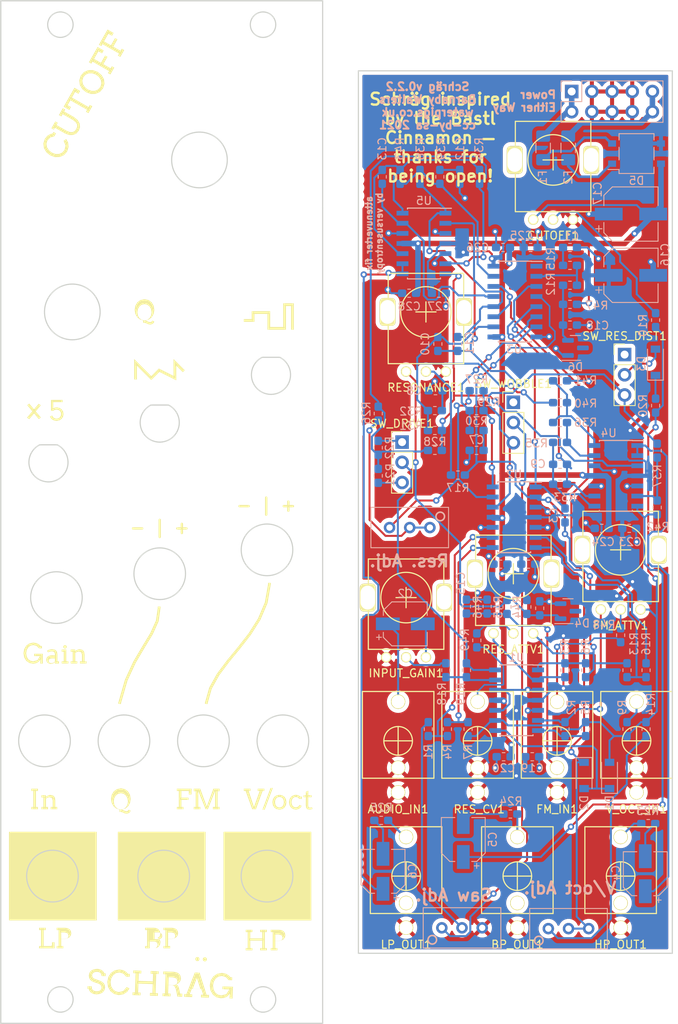
<source format=kicad_pcb>
(kicad_pcb (version 20211014) (generator pcbnew)
  (layers (0 "F.Cu" signal) (31 "B.Cu" signal) (34 "B.Paste" user) (35 "F.Paste" user) (36 "B.SilkS" user "B.Silkscreen") (37 "F.SilkS" user "F.Silkscreen") (38 "B.Mask" user) (39 "F.Mask" user) (44 "Edge.Cuts" user))
  (net 0 "")
  (net 1 "GND")
  (net 2 "Net-(AUDIO_IN1-Pad3)")
  (net 3 "Net-(BP_OUT1-Pad3)")
  (net 4 "Net-(C1-Pad1)")
  (net 5 "Net-(C2-Pad2)")
  (net 6 "Net-(C3-Pad2)")
  (net 7 "/Filter Core/RES_CV")
  (net 8 "Net-(C4-Pad2)")
  (net 9 "/Filter Core/HP_OUT")
  (net 10 "/Filter Core/BP_OUT")
  (net 11 "Net-(C5-Pad2)")
  (net 12 "Net-(C6-Pad2)")
  (net 13 "/Filter Core/LP_OUT")
  (net 14 "Net-(C7-Pad1)")
  (net 15 "Net-(C8-Pad1)")
  (net 16 "Net-(C9-Pad1)")
  (net 17 "Net-(C9-Pad2)")
  (net 18 "/Filter Core/RES_MOD")
  (net 19 "Net-(C10-Pad2)")
  (net 20 "Net-(C11-Pad2)")
  (net 21 "Net-(C12-Pad1)")
  (net 22 "Net-(C13-Pad1)")
  (net 23 "Net-(C13-Pad2)")
  (net 24 "5V_REF")
  (net 25 "0.16V_REF")
  (net 26 "+12V")
  (net 27 "-12V")
  (net 28 "-5V_REF")
  (net 29 "Net-(CUTOFF1-Pad2)")
  (net 30 "Net-(D1-Pad1)")
  (net 31 "Net-(D1-Pad2)")
  (net 32 "/Filter Core/FREQ_CV")
  (net 33 "Net-(D3-Pad1)")
  (net 34 "Net-(D3-Pad2)")
  (net 35 "Net-(D5-Pad1)")
  (net 36 "Net-(D5-Pad2)")
  (net 37 "Net-(F1-Pad2)")
  (net 38 "Net-(F2-Pad2)")
  (net 39 "Net-(FM_ATTV1-Pad1)")
  (net 40 "Net-(FM_ATTV1-Pad2)")
  (net 41 "Net-(HP_OUT1-Pad3)")
  (net 42 "Net-(INPUT_GAIN1-Pad2)")
  (net 43 "Net-(LP_OUT1-Pad3)")
  (net 44 "Net-(R1-Pad1)")
  (net 45 "Net-(R1-Pad2)")
  (net 46 "Net-(R2-Pad1)")
  (net 47 "Net-(R3-Pad1)")
  (net 48 "Net-(R3-Pad2)")
  (net 49 "Net-(R4-Pad1)")
  (net 50 "Net-(R9-Pad2)")
  (net 51 "Net-(R12-Pad1)")
  (net 52 "Net-(R13-Pad1)")
  (net 53 "Net-(R14-Pad1)")
  (net 54 "Net-(R17-Pad2)")
  (net 55 "Net-(R18-Pad1)")
  (net 56 "Net-(R19-Pad1)")
  (net 57 "/Filter Core/AUDIO_IN")
  (net 58 "Net-(R21-Pad2)")
  (net 59 "Net-(R22-Pad2)")
  (net 60 "Net-(R26-Pad1)")
  (net 61 "Net-(R27-Pad2)")
  (net 62 "Net-(R27-Pad1)")
  (net 63 "Net-(R28-Pad1)")
  (net 64 "Net-(R29-Pad1)")
  (net 65 "Net-(R35-Pad1)")
  (net 66 "Net-(R36-Pad1)")
  (net 67 "Net-(R37-Pad1)")
  (net 68 "Net-(R38-Pad1)")
  (net 69 "Net-(RV_SAW_OCTAVE1-Pad1)")
  (net 70 "Net-(FM_IN1-Pad3)")
  (net 71 "Net-(R49-Pad1)")
  (net 72 "Net-(R49-Pad2)")
  (net 76 "Net-(R13-Pad2)")
  (footprint "Schraeg:Schraeg Panel Graphics Inkscape" (layer "F.Cu") (at 20.6 64.5)
    (fp_text reference "svg2mod" hide)
    (fp_text value "G***" hide)
  )
  (footprint "Eurocad:PJ301M-12" (layer "F.Cu") (at 50 93)
    (fp_text reference "AUDIO_IN1")
    (fp_text value "PJ301M-12")
  )
  (footprint "Eurocad:PJ301M-12" (layer "F.Cu") (at 65 110)
    (fp_text reference "BP_OUT1")
    (fp_text value "PJ301M-12")
  )
  (footprint "Eurocad:Alpha9mmPot" (layer "F.Cu") (at 69.5 20)
    (fp_text reference "CUTOFF1")
    (fp_text value "100k")
  )
  (footprint "Eurocad:PJ301M-12" (layer "F.Cu") (at 70 93)
    (fp_text reference "FM_IN1")
    (fp_text value "PJ301M-12")
  )
  (footprint "Eurocad:PJ301M-12" (layer "F.Cu") (at 78 110)
    (fp_text reference "HP_OUT1")
    (fp_text value "PJ301M-12")
  )
  (footprint "Eurocad:Alpha9mmPot" (layer "F.Cu") (at 51 75)
    (fp_text reference "INPUT_GAIN1")
    (fp_text value "100k")
  )
  (footprint "Eurocad:PJ301M-12" (layer "F.Cu") (at 51 110)
    (fp_text reference "LP_OUT1")
    (fp_text value "PJ301M-12")
  )
  (footprint "Eurocad:Alpha9mmPot" (layer "F.Cu") (at 64.5 72)
    (fp_text reference "RES_ATTV1")
    (fp_text value "100k")
  )
  (footprint "Eurocad:PJ301M-12" (layer "F.Cu") (at 60 93)
    (fp_text reference "RES_CV1")
    (fp_text value "PJ301M-12")
  )
  (footprint "Eurocad:Alpha9mmPot" (layer "F.Cu") (at 53.5 39.1)
    (fp_text reference "RESONANCE1")
    (fp_text value "100k")
  )
  (footprint "Connector_PinHeader_2.54mm:PinHeader_1x03_P2.54mm_Vertical" (layer "F.Cu") (at 50.5 55.46)
    (fp_text reference "SW_DRIVE1")
    (fp_text value "SW_SPDT")
  )
  (footprint "Connector_PinHeader_2.54mm:PinHeader_1x03_P2.54mm_Vertical" (layer "F.Cu") (at 78.5 44.46)
    (fp_text reference "SW_RES_DIST1")
    (fp_text value "SW_SPDT")
  )
  (footprint "Connector_PinHeader_2.54mm:PinHeader_1x03_P2.54mm_Vertical" (layer "F.Cu") (at 64.5 50.46)
    (fp_text reference "SW_WOBBLE1")
    (fp_text value "SW_SPDT")
  )
  (footprint "Eurocad:PJ301M-12" (layer "F.Cu") (at 80 93)
    (fp_text reference "V_OCT_IN1")
    (fp_text value "PJ301M-12")
  )
  (footprint "Eurocad:Alpha9mmPot" (layer "F.Cu") (at 78 69)
    (fp_text reference "FM_ATTV1")
    (fp_text value "100k")
  )
  (footprint "Resistor_SMD:R_0603_1608Metric_Pad1.05x0.95mm_HandSolder" (layer "B.Cu") (at 70.375 60.75)
    (fp_text reference "R33")
    (fp_text value "33k")
  )
  (footprint "Capacitor_SMD:C_0603_1608Metric_Pad1.05x0.95mm_HandSolder" (layer "B.Cu") (at 70.375 58.25)
    (fp_text reference "C9")
    (fp_text value "100pF")
  )
  (footprint "Fuse:Fuse_1206_3216Metric_Pad1.42x1.75mm_HandSolder" (layer "B.Cu") (at 68.25 18.4875 90)
    (fp_text reference "F1")
    (fp_text value "Polyfuse")
  )
  (footprint "Resistor_SMD:R_0603_1608Metric_Pad1.05x0.95mm_HandSolder" (layer "B.Cu") (at 82.4 50.875 90)
    (fp_text reference "R20")
    (fp_text value "100k")
  )
  (footprint "Resistor_SMD:R_0603_1608Metric_Pad1.05x0.95mm_HandSolder" (layer "B.Cu") (at 58.6 84.125 -90)
    (fp_text reference "R19")
    (fp_text value "47k")
  )
  (footprint "Diode_SMD:D_SOD-123" (layer "B.Cu") (at 73.4 97.35 -90)
    (fp_text reference "D2")
    (fp_text value "D_Small")
  )
  (footprint "Package_SO:SOIC-16_3.9x9.9mm_P1.27mm" (layer "B.Cu") (at 64.7 37.8 180)
    (fp_text reference "U3")
    (fp_text value "V2164")
  )
  (footprint "Capacitor_SMD:C_0603_1608Metric_Pad1.05x0.95mm_HandSolder" (layer "B.Cu") (at 71.625 31)
    (fp_text reference "C1")
    (fp_text value "560pF")
  )
  (footprint "Capacitor_SMD:CP_Elec_5x4.5" (layer "B.Cu") (at 50.9 78.3)
    (fp_text reference "C2")
    (fp_text value "10uF")
  )
  (footprint "Capacitor_SMD:C_0603_1608Metric_Pad1.05x0.95mm_HandSolder" (layer "B.Cu") (at 71 64.675 -90)
    (fp_text reference "C3")
    (fp_text value "100pF")
  )
  (footprint "Capacitor_SMD:CP_Elec_5x4.5" (layer "B.Cu") (at 81.1 109.7 90)
    (fp_text reference "C4")
    (fp_text value "10uF")
  )
  (footprint "Capacitor_SMD:CP_Elec_5x4.5" (layer "B.Cu") (at 58.2 105.4 90)
    (fp_text reference "C5")
    (fp_text value "10uF")
  )
  (footprint "Capacitor_SMD:CP_Elec_5x4.5" (layer "B.Cu") (at 48.1 109.4 90)
    (fp_text reference "C6")
    (fp_text value "10uF")
  )
  (footprint "Capacitor_SMD:C_0603_1608Metric_Pad1.05x0.95mm_HandSolder" (layer "B.Cu") (at 59.875 56.5 180)
    (fp_text reference "C7")
    (fp_text value "560pF")
  )
  (footprint "Capacitor_SMD:C_0603_1608Metric_Pad1.05x0.95mm_HandSolder" (layer "B.Cu") (at 54.69781 49 180)
    (fp_text reference "C8")
    (fp_text value "560pF")
  )
  (footprint "Capacitor_SMD:C_0603_1608Metric_Pad1.05x0.95mm_HandSolder" (layer "B.Cu") (at 55 43.125 90)
    (fp_text reference "C10")
    (fp_text value "220pF")
  )
  (footprint "Capacitor_SMD:C_0603_1608Metric_Pad1.05x0.95mm_HandSolder" (layer "B.Cu") (at 57.5 43.125 90)
    (fp_text reference "C11")
    (fp_text value "220pF")
  )
  (footprint "Capacitor_SMD:C_0603_1608Metric_Pad1.05x0.95mm_HandSolder" (layer "B.Cu") (at 57.75 22.125 -90)
    (fp_text reference "C12")
    (fp_text value "560pF")
  )
  (footprint "Capacitor_SMD:C_0603_1608Metric_Pad1.05x0.95mm_HandSolder" (layer "B.Cu") (at 48 22.125 -90)
    (fp_text reference "C13")
    (fp_text value "220pF")
  )
  (footprint "Capacitor_SMD:C_0603_1608Metric_Pad1.05x0.95mm_HandSolder" (layer "B.Cu") (at 67.818 76.341 90)
    (fp_text reference "C14" hide)
    (fp_text value "220n")
  )
  (footprint "Capacitor_SMD:C_0603_1608Metric_Pad1.05x0.95mm_HandSolder" (layer "B.Cu") (at 58.6 76.125 90)
    (fp_text reference "C15")
    (fp_text value "220n")
  )
  (footprint "Capacitor_SMD:CP_Elec_6.3x5.4" (layer "B.Cu") (at 79.3 34.5)
    (fp_text reference "C16")
    (fp_text value "22uF")
  )
  (footprint "Capacitor_SMD:CP_Elec_6.3x5.4" (layer "B.Cu") (at 79.3 26.8)
    (fp_text reference "C17")
    (fp_text value "22uF")
  )
  (footprint "Capacitor_SMD:C_0603_1608Metric_Pad1.05x0.95mm_HandSolder" (layer "B.Cu") (at 71.625 40.75)
    (fp_text reference "C18")
    (fp_text value "220n")
  )
  (footprint "Capacitor_SMD:C_0603_1608Metric_Pad1.05x0.95mm_HandSolder" (layer "B.Cu") (at 66.875 95)
    (fp_text reference "C19")
    (fp_text value "100n")
  )
  (footprint "Capacitor_SMD:C_0603_1608Metric_Pad1.05x0.95mm_HandSolder" (layer "B.Cu") (at 63.275 95)
    (fp_text reference "C20")
    (fp_text value "100n")
  )
  (footprint "Capacitor_SMD:C_0603_1608Metric_Pad1.05x0.95mm_HandSolder" (layer "B.Cu") (at 66.375 70.8)
    (fp_text reference "C21" hide)
    (fp_text value "100n")
  )
  (footprint "Capacitor_SMD:C_0603_1608Metric_Pad1.05x0.95mm_HandSolder" (layer "B.Cu") (at 62.875 70.8)
    (fp_text reference "C22" hide)
    (fp_text value "100n")
  )
  (footprint "Capacitor_SMD:C_0603_1608Metric_Pad1.05x0.95mm_HandSolder" (layer "B.Cu") (at 79.075 66.3)
    (fp_text reference "C23")
    (fp_text value "100n")
  )
  (footprint "Capacitor_SMD:C_0603_1608Metric_Pad1.05x0.95mm_HandSolder" (layer "B.Cu") (at 75.625 66.3)
    (fp_text reference "C24")
    (fp_text value "100n")
  )
  (footprint "Capacitor_SMD:C_0603_1608Metric_Pad1.05x0.95mm_HandSolder" (layer "B.Cu") (at 66.675 31)
    (fp_text reference "C25")
    (fp_text value "100n")
  )
  (footprint "Capacitor_SMD:C_0603_1608Metric_Pad1.05x0.95mm_HandSolder" (layer "B.Cu") (at 63.2 31)
    (fp_text reference "C26")
    (fp_text value "100n")
  )
  (footprint "Capacitor_SMD:C_0603_1608Metric_Pad1.05x0.95mm_HandSolder" (layer "B.Cu") (at 55.125 36.75)
    (fp_text reference "C27")
    (fp_text value "100n")
  )
  (footprint "Capacitor_SMD:C_0603_1608Metric_Pad1.05x0.95mm_HandSolder" (layer "B.Cu") (at 51.375 36.75)
    (fp_text reference "C28")
    (fp_text value "100n")
  )
  (footprint "Diode_SMD:D_SOD-123" (layer "B.Cu") (at 76.6 97.35 90)
    (fp_text reference "D1")
    (fp_text value "D_Small")
  )
  (footprint "Diode_SMD:D_SOD-123" (layer "B.Cu") (at 82.383365 45.424999 90)
    (fp_text reference "D3")
    (fp_text value "5V")
  )
  (footprint "Package_TO_SOT_SMD:TO-269AA" (layer "B.Cu") (at 80 19.2)
    (fp_text reference "D5")
    (fp_text value "MB2S")
  )
  (footprint "Fuse:Fuse_1206_3216Metric_Pad1.42x1.75mm_HandSolder" (layer "B.Cu") (at 71.4 18.4875 90)
    (fp_text reference "F2")
    (fp_text value "Polyfuse")
  )
  (footprint "Connector_PinHeader_2.54mm:PinHeader_2x05_P2.54mm_Vertical" (layer "B.Cu") (at 71.84 11.4 -90)
    (fp_text reference "PWR_IN1" hide)
    (fp_text value "EURO_PWR_2x5")
  )
  (footprint "Resistor_SMD:R_0603_1608Metric_Pad1.05x0.95mm_HandSolder" (layer "B.Cu") (at 53.8 91.525 90)
    (fp_text reference "R1")
    (fp_text value "100k")
  )
  (footprint "Resistor_SMD:R_0603_1608Metric_Pad1.05x0.95mm_HandSolder" (layer "B.Cu") (at 71 91.525 90)
    (fp_text reference "R2")
    (fp_text value "100k")
  )
  (footprint "Resistor_SMD:R_0603_1608Metric_Pad1.05x0.95mm_HandSolder" (layer "B.Cu") (at 71 84.125 -90)
    (fp_text reference "R3")
    (fp_text value "100k")
  )
  (footprint "Resistor_SMD:R_0603_1608Metric_Pad1.05x0.95mm_HandSolder" (layer "B.Cu") (at 56.2 91.525 -90)
    (fp_text reference "R4")
    (fp_text value "100k")
  )
  (footprint "Resistor_SMD:R_0603_1608Metric_Pad1.05x0.95mm_HandSolder" (layer "B.Cu") (at 73.6 91.525 -90)
    (fp_text reference "R5")
    (fp_text value "100k")
  )
  (footprint "Resistor_SMD:R_0603_1608Metric_Pad1.05x0.95mm_HandSolder" (layer "B.Cu") (at 73.6 84.125 90)
    (fp_text reference "R6")
    (fp_text value "100k")
  )
  (footprint "Resistor_SMD:R_0603_1608Metric_Pad1.05x0.95mm_HandSolder" (layer "B.Cu") (at 58.8 91.525 90)
    (fp_text reference "R7")
    (fp_text value "100k")
  )
  (footprint "Resistor_SMD:R_0603_1608Metric_Pad1.05x0.95mm_HandSolder" (layer "B.Cu") (at 78.8 91.525 90)
    (fp_text reference "R9")
    (fp_text value "100k")
  )
  (footprint "Resistor_SMD:R_0603_1608Metric_Pad1.05x0.95mm_HandSolder" (layer "B.Cu") (at 82.4 40.125 90)
    (fp_text reference "R10")
    (fp_text value "100k")
  )
  (footprint "Resistor_SMD:R_0603_1608Metric_Pad1.05x0.95mm_HandSolder" (layer "B.Cu") (at 71.625 35.75 180)
    (fp_text reference "R12")
    (fp_text value "100k")
  )
  (footprint "Resistor_SMD:R_0603_1608Metric_Pad1.05x0.95mm_HandSolder" (layer "B.Cu") (at 78.8 84.125 90)
    (fp_text reference "R13")
    (fp_text value "100k")
  )
  (footprint "Resistor_SMD:R_0603_1608Metric_Pad1.05x0.95mm_HandSolder" (layer "B.Cu") (at 81.2 91.525 90)
    (fp_text reference "R14")
    (fp_text value "15K")
  )
  (footprint "Resistor_SMD:R_0603_1608Metric_Pad1.05x0.95mm_HandSolder" (layer "B.Cu") (at 71.625 33.25)
    (fp_text reference "R15")
    (fp_text value "470R")
  )
  (footprint "Resistor_SMD:R_0603_1608Metric_Pad1.05x0.95mm_HandSolder" (layer "B.Cu") (at 81.2 84.125 -90)
    (fp_text reference "R16")
    (fp_text value "100k")
  )
  (footprint "Resistor_SMD:R_0603_1608Metric_Pad1.05x0.95mm_HandSolder" (layer "B.Cu") (at 57.525 59.6 180)
    (fp_text reference "R17")
    (fp_text value "100k")
  )
  (footprint "Resistor_SMD:R_0603_1608Metric_Pad1.05x0.95mm_HandSolder" (layer "B.Cu") (at 56 84.125 90)
    (fp_text reference "R18")
    (fp_text value "22k")
  )
  (footprint "Resistor_SMD:R_0603_1608Metric_Pad1.05x0.95mm_HandSolder" (layer "B.Cu") (at 47.5 59.7 -90)
    (fp_text reference "R21")
    (fp_text value "10k")
  )
  (footprint "Resistor_SMD:R_0603_1608Metric_Pad1.05x0.95mm_HandSolder" (layer "B.Cu") (at 47.5 56.175 90)
    (fp_text reference "R22")
    (fp_text value "47k")
  )
  (footprint "Resistor_SMD:R_0603_1608Metric_Pad1.05x0.95mm_HandSolder" (layer "B.Cu") (at 81.475 103.4)
    (fp_text reference "R23")
    (fp_text value "1K")
  )
  (footprint "Resistor_SMD:R_0603_1608Metric_Pad1.05x0.95mm_HandSolder" (layer "B.Cu") (at 64.125 102.2 180)
    (fp_text reference "R24")
    (fp_text value "1K")
  )
  (footprint "Resistor_SMD:R_0603_1608Metric_Pad1.05x0.95mm_HandSolder" (layer "B.Cu") (at 47.875 103 180)
    (fp_text reference "R25")
    (fp_text value "1K")
  )
  (footprint "Resistor_SMD:R_0603_1608Metric_Pad1.05x0.95mm_HandSolder" (layer "B.Cu") (at 47.5 51.875 90)
    (fp_text reference "R26")
    (fp_text value "330K")
  )
  (footprint "Resistor_SMD:R_0603_1608Metric_Pad1.05x0.95mm_HandSolder" (layer "B.Cu") (at 59.875 49 180)
    (fp_text reference "R27")
    (fp_text value "33k")
  )
  (footprint "Resistor_SMD:R_0603_1608Metric_Pad1.05x0.95mm_HandSolder" (layer "B.Cu") (at 54.625 56.5 180)
    (fp_text reference "R28")
    (fp_text value "33k")
  )
  (footprint "Resistor_SMD:R_0603_1608Metric_Pad1.05x0.95mm_HandSolder" (layer "B.Cu") (at 59.875 51.5)
    (fp_text reference "R29")
    (fp_text value "33k")
  )
  (footprint "Resistor_SMD:R_0603_1608Metric_Pad1.05x0.95mm_HandSolder" (layer "B.Cu") (at 59.875 54 180)
    (fp_text reference "R30")
    (fp_text value "470R")
  )
  (footprint "Resistor_SMD:R_0603_1608Metric_Pad1.05x0.95mm_HandSolder" (layer "B.Cu") (at 54.625 54)
    (fp_text reference "R31")
    (fp_text value "33k")
  )
  (footprint "Resistor_SMD:R_0603_1608Metric_Pad1.05x0.95mm_HandSolder" (layer "B.Cu") (at 54.625 51.5 180)
    (fp_text reference "R32")
    (fp_text value "470R")
  )
  (footprint "Resistor_SMD:R_0603_1608Metric_Pad1.05x0.95mm_HandSolder" (layer "B.Cu") (at 60.25 22.125 -90)
    (fp_text reference "R34")
    (fp_text value "33k")
  )
  (footprint "Resistor_SMD:R_0603_1608Metric_Pad1.05x0.95mm_HandSolder" (layer "B.Cu") (at 70.375 55.5 180)
    (fp_text reference "R35")
    (fp_text value "33k")
  )
  (footprint "Resistor_SMD:R_0603_1608Metric_Pad1.05x0.95mm_HandSolder" (layer "B.Cu") (at 70.375 53)
    (fp_text reference "R36")
    (fp_text value "33k")
  )
  (footprint "Resistor_SMD:R_0603_1608Metric_Pad1.05x0.95mm_HandSolder" (layer "B.Cu") (at 82.6 56.525 90)
    (fp_text reference "R37")
    (fp_text value "100K")
  )
  (footprint "Resistor_SMD:R_0603_1608Metric_Pad1.05x0.95mm_HandSolder" (layer "B.Cu") (at 52.75 22.125 -90)
    (fp_text reference "R38")
    (fp_text value "33k")
  )
  (footprint "Resistor_SMD:R_0603_1608Metric_Pad1.05x0.95mm_HandSolder" (layer "B.Cu") (at 55.25 22.125 -90)
    (fp_text reference "R39")
    (fp_text value "470R")
  )
  (footprint "Resistor_SMD:R_0603_1608Metric_Pad1.05x0.95mm_HandSolder" (layer "B.Cu") (at 70.375 50.5 180)
    (fp_text reference "R40")
    (fp_text value "15K")
  )
  (footprint "Resistor_SMD:R_0603_1608Metric_Pad1.05x0.95mm_HandSolder" (layer "B.Cu") (at 70.375 47.75 180)
    (fp_text reference "R41")
    (fp_text value "1.5K")
  )
  (footprint "Resistor_SMD:R_0603_1608Metric_Pad1.05x0.95mm_HandSolder" (layer "B.Cu") (at 82.6 63.675 90)
    (fp_text reference "R42")
    (fp_text value "100K")
  )
  (footprint "Resistor_SMD:R_0603_1608Metric_Pad1.05x0.95mm_HandSolder" (layer "B.Cu") (at 50.25 22.125 -90)
    (fp_text reference "R43")
    (fp_text value "470K")
  )
  (footprint "Resistor_SMD:R_0603_1608Metric_Pad1.05x0.95mm_HandSolder" (layer "B.Cu") (at 66.2 76.175 -90)
    (fp_text reference "R44")
    (fp_text value "6.8K")
  )
  (footprint "Resistor_SMD:R_0603_1608Metric_Pad1.05x0.95mm_HandSolder" (layer "B.Cu") (at 63.7 76.175 -90)
    (fp_text reference "R45")
    (fp_text value "100K")
  )
  (footprint "Resistor_SMD:R_0603_1608Metric_Pad1.05x0.95mm_HandSolder" (layer "B.Cu") (at 61.2 76.125 90)
    (fp_text reference "R46")
    (fp_text value "3.3K")
  )
  (footprint "Resistor_SMD:R_0603_1608Metric_Pad1.05x0.95mm_HandSolder" (layer "B.Cu") (at 71.625 38.15 180)
    (fp_text reference "R47")
    (fp_text value "6.8K")
  )
  (footprint "Potentiometer_THT:Potentiometer_Bourns_3296W_Vertical" (layer "B.Cu") (at 54 66.2)
    (fp_text reference "RES_ADJ1" hide)
    (fp_text value "250K")
  )
  (footprint "Potentiometer_THT:Potentiometer_Bourns_3296W_Vertical" (layer "B.Cu") (at 55.5 116.5 180)
    (fp_text reference "RV_SAW_OCTAVE1" hide)
    (fp_text value "100k")
  )
  (footprint "Package_SO:SOIC-14_3.9x8.7mm_P1.27mm" (layer "B.Cu") (at 64.9 87.9 180)
    (fp_text reference "U1")
    (fp_text value "TL074")
  )
  (footprint "Package_SO:SOIC-14_3.9x8.7mm_P1.27mm" (layer "B.Cu") (at 64.6 64.9 180)
    (fp_text reference "U2")
    (fp_text value "TL074")
  )
  (footprint "Package_SO:SOIC-14_3.9x8.7mm_P1.27mm" (layer "B.Cu") (at 77.4 59.7 180)
    (fp_text reference "U4")
    (fp_text value "TL074")
  )
  (footprint "Package_SO:SOIC-14_3.9x8.7mm_P1.27mm" (layer "B.Cu") (at 53.25 30.5 180)
    (fp_text reference "U5")
    (fp_text value "TL074")
  )
  (footprint "Potentiometer_THT:Potentiometer_Bourns_3296W_Vertical" (layer "B.Cu") (at 68.9 116.6 180)
    (fp_text reference "V_OCT_SCALE1" hide)
    (fp_text value "5K")
  )
  (footprint "Package_TO_SOT_SMD:SOT-23" (layer "B.Cu") (at 71.374 76.708)
    (fp_text reference "D4")
    (fp_text value "LM4040DBZ-5")
  )
  (footprint "Package_TO_SOT_SMD:SOT-23" (layer "B.Cu") (at 72.3115 43.622)
    (fp_text reference "D6")
    (fp_text value "LM4040DBZ-5")
  )
  (footprint "Resistor_SMD:R_0603_1608Metric_Pad1.05x0.95mm_HandSolder" (layer "B.Cu") (at 78 79.725 90)
    (fp_text reference "R48")
    (fp_text value "100K")
  )
  (footprint "Resistor_SMD:R_0603_1608Metric_Pad1.05x0.95mm_HandSolder" (layer "B.Cu") (at 59.9 80.375 -90)
    (fp_text reference "R49")
    (fp_text value "100K")
  )
  (gr_circle (center 67.7 118.1) (end 67.2 118.3) (layer "B.SilkS") (width 0.2) (fill none))
  (gr_circle (center 54.3 118) (end 53.8 118.2) (layer "B.SilkS") (width 0.2) (fill none))
  (gr_circle (center 55.3 64.8) (end 54.8 65) (layer "B.SilkS") (width 0.2) (fill none))
  (gr_poly (pts (xy 14.8 104.5) (xy 25.7 104.5) (xy 25.7 115.5) (xy 14.8 115.5)) (layer "F.SilkS") (width 0.15) (fill solid))
  (gr_poly (pts (xy 28.1 104.5) (xy 39 104.5) (xy 39 115.5) (xy 28.1 115.5)) (layer "F.SilkS") (width 0.15) (fill solid))
  (gr_poly (pts (xy 1.1 104.5) (xy 12 104.5) (xy 12 115.5) (xy 1.1 115.5)) (layer "F.SilkS") (width 0.15) (fill solid))
  (gr_circle (center 6.5 110) (end 9.75 110) (layer "Edge.Cuts") (width 0.15) (fill none))
  (gr_circle (center 35.5 93) (end 38.75 93) (layer "Edge.Cuts") (width 0.15) (fill none))
  (gr_circle (center 33.5 69) (end 36.2 67.2) (layer "Edge.Cuts") (width 0.15) (fill none))
  (gr_circle (center 25 20) (end 28.5 20) (layer "Edge.Cuts") (width 0.15) (fill none))
  (gr_circle (center 33 125.5) (end 34.6 125.5) (layer "Edge.Cuts") (width 0.15) (fill none))
  (gr_line (start 4.9 55.8) (end 7.1 55.8) (layer "Edge.Cuts") (width 0.15))
  (gr_arc (start 21.099999 50.799999) (mid 20.000003 55.459675) (end 18.9 50.8) (layer "Edge.Cuts") (width 0.15))
  (gr_line (start 18.9 50.8) (end 21.1 50.8) (layer "Edge.Cuts") (width 0.15))
  (gr_line (start 32.9 44.8) (end 35.1 44.8) (layer "Edge.Cuts") (width 0.15))
  (gr_arc (start 35.099999 44.799999) (mid 34.000003 49.459675) (end 32.9 44.8) (layer "Edge.Cuts") (width 0.15))
  (gr_line (start 0 128.5) (end 0 0) (layer "Edge.Cuts") (width 0.15))
  (gr_circle (center 20 72) (end 22.7 70.2) (layer "Edge.Cuts") (width 0.15) (fill none))
  (gr_line (start 84.5 8.8) (end 84.5 119.7) (layer "Edge.Cuts") (width 0.15))
  (gr_circle (center 20.5 110) (end 23.75 110) (layer "Edge.Cuts") (width 0.15) (fill none))
  (gr_circle (center 7 75) (end 9.7 73.2) (layer "Edge.Cuts") (width 0.15) (fill none))
  (gr_line (start 40.5 128.5) (end 0 128.5) (layer "Edge.Cuts") (width 0.15))
  (gr_circle (center 5.5 93) (end 8.75 93) (layer "Edge.Cuts") (width 0.15) (fill none))
  (gr_circle (center 9 39.1) (end 12.5 39.1) (layer "Edge.Cuts") (width 0.15) (fill none))
  (gr_circle (center 33.5 110) (end 36.75 110) (layer "Edge.Cuts") (width 0.15) (fill none))
  (gr_line (start 45 8.8) (end 84.5 8.8) (layer "Edge.Cuts") (width 0.15))
  (gr_line (start 84.5 119.7) (end 45 119.7) (layer "Edge.Cuts") (width 0.15))
  (gr_circle (center 25.5 93) (end 28.75 93) (layer "Edge.Cuts") (width 0.15) (fill none))
  (gr_circle (center 7.5 125.5) (end 9.1 125.5) (layer "Edge.Cuts") (width 0.15) (fill none))
  (gr_line (start 40.5 111) (end 40.5 128.5) (layer "Edge.Cuts") (width 0.15))
  (gr_arc (start 7.099999 55.799999) (mid 6.000003 60.459675) (end 4.9 55.8) (layer "Edge.Cuts") (width 0.15))
  (gr_line (start 0 0) (end 40.5 0) (layer "Edge.Cuts") (width 0.15))
  (gr_circle (center 7.5 3) (end 9.1 3) (layer "Edge.Cuts") (width 0.15) (fill none))
  (gr_line (start 40.5 0) (end 40.5 26) (layer "Edge.Cuts") (width 0.15))
  (gr_line (start 45 8.8) (end 45 119.7) (layer "Edge.Cuts") (width 0.15))
  (gr_line (start 40.5 111) (end 40.5 26) (layer "Edge.Cuts") (width 0.15))
  (gr_circle (center 33 3) (end 34.6 3) (layer "Edge.Cuts") (width 0.15) (fill none))
  (gr_circle (center 15.5 93) (end 18.75 93) (layer "Edge.Cuts") (width 0.15) (fill none))
  (gr_text "Schräg v0.2.2\nBarnaby Walters\nwaterpigs.co.uk\ncc-by-sa 2021" (at 53.7 13.2) (layer "B.SilkS") (effects (font (size 1 1) (thickness 0.25)) (justify mirror)))
  (gr_text "V/oct Adj." (at 71.628 111.506) (layer "B.SilkS") (effects (font (size 1.5 1.5) (thickness 0.3)) (justify mirror)))
  (gr_text "Res. Adj." (at 51.4 70.4) (layer "B.SilkS") (effects (font (size 1.5 1.5) (thickness 0.3)) (justify mirror)))
  (gr_text "Saw Adj." (at 57 112.4) (layer "B.SilkS") (effects (font (size 1.5 1.5) (thickness 0.3)) (justify mirror)))
  (gr_text "attenuverter fix\nby versusentropy" (at 46.99 29.21 90) (layer "B.SilkS") (effects (font (size 0.8 0.8) (thickness 0.2)) (justify mirror)))
  (gr_text "Power\nEither Way" (at 70 12.6) (layer "B.SilkS") (effects (font (size 1 1) (thickness 0.25)) (justify left mirror)))
  (gr_text "- | +" (at 33.4 63.4) (layer "F.SilkS") (effects (font (size 1.5 1.5) (thickness 0.3))))
  (gr_text "- | +" (at 20 66.2) (layer "F.SilkS") (effects (font (size 1.5 1.5) (thickness 0.3))))
  (gr_text "Schräg inspired\nby the Bastl\nCinnamon —\nthanks for\nbeing open!" (at 55.3 17.2) (layer "F.SilkS") (effects (font (size 1.5 1.5) (thickness 0.3))))
  (via (at 54.675001 29) (size 0.8) (drill 0.4) (layers "F.Cu" "B.Cu") (net 1))
  (via (at 75.2 32.4) (size 0.8) (drill 0.4) (layers "F.Cu" "B.Cu") (net 1))
  (via (at 69 42.2) (size 0.8) (drill 0.4) (layers "F.Cu" "B.Cu") (net 1))
  (via (at 61.4 69.8) (size 0.8) (drill 0.4) (layers "F.Cu" "B.Cu") (net 1))
  (via (at 60 74.4) (size 0.8) (drill 0.4) (layers "F.Cu" "B.Cu") (net 1))
  (via (at 62.2 29) (size 0.8) (drill 0.4) (layers "F.Cu" "B.Cu") (net 1))
  (via (at 68.8 66.2) (size 0.8) (drill 0.4) (layers "F.Cu" "B.Cu") (net 1))
  (via (at 54.599998 33) (size 0.8) (drill 0.4) (layers "F.Cu" "B.Cu") (net 1))
  (via (at 69.022 75.504) (size 0.8) (drill 0.4) (layers "F.Cu" "B.Cu") (net 1))
  (via (at 48.7 36.3) (size 0.8) (drill 0.4) (layers "F.Cu" "B.Cu") (net 1))
  (via (at 74 47.8) (size 0.8) (drill 0.4) (layers "F.Cu" "B.Cu") (net 1))
  (via (at 60.4 66.2) (size 0.8) (drill 0.4) (layers "F.Cu" "B.Cu") (net 1))
  (via (at 58.4 24.8) (size 0.8) (drill 0.4) (layers "F.Cu" "B.Cu") (net 1))
  (via (at 77.2 59.155) (size 0.8) (drill 0.4) (layers "F.Cu" "B.Cu") (net 1))
  (via (at 56 38.4) (size 0.8) (drill 0.4) (layers "F.Cu" "B.Cu") (net 1))
  (via (at 74 26.8) (size 0.8) (drill 0.4) (layers "F.Cu" "B.Cu") (net 1))
  (via (at 67.8 96.4) (size 0.8) (drill 0.4) (layers "F.Cu" "B.Cu") (net 1))
  (via (at 69.85 43.688) (size 0.8) (drill 0.4) (layers "F.Cu" "B.Cu") (net 1))
  (via (at 62.2 96.4) (size 0.8) (drill 0.4) (layers "F.Cu" "B.Cu") (net 1))
  (via (at 80 68) (size 0.8) (drill 0.4) (layers "F.Cu" "B.Cu") (net 1))
  (via (at 58.6 58) (size 0.8) (drill 0.4) (layers "F.Cu" "B.Cu") (net 1))
  (via (at 67.2 72.4) (size 0.8) (drill 0.4) (layers "F.Cu" "B.Cu") (net 1))
  (via (at 81.8 32.8) (size 0.8) (drill 0.4) (layers "F.Cu" "B.Cu") (net 1))
  (via (at 66.325 89.2) (size 0.8) (drill 0.4) (layers "F.Cu" "B.Cu") (net 1))
  (via (at 54.6 47.8) (size 0.8) (drill 0.4) (layers "F.Cu" "B.Cu") (net 1))
  (via (at 73.6 65.6) (size 0.8) (drill 0.4) (layers "F.Cu" "B.Cu") (net 1))
  (via (at 66.325 86.6) (size 0.8) (drill 0.4) (layers "F.Cu" "B.Cu") (net 1))
  (via (at 67.6 29) (size 0.8) (drill 0.4) (layers "F.Cu" "B.Cu") (net 1))
  (via (at 48.8 29.2) (size 0.8) (drill 0.4) (layers "F.Cu" "B.Cu") (net 1))
  (via (at 74 40.8) (size 0.8) (drill 0.4) (layers "F.Cu" "B.Cu") (net 1))
  (via (at 78.8 61) (size 0.8) (drill 0.4) (layers "F.Cu" "B.Cu") (net 1))
  (via (at 68.8 64.2) (size 0.8) (drill 0.4) (layers "F.Cu" "B.Cu") (net 1))
  (via (at 75.55 61) (size 0.8) (drill 0.4) (layers "F.Cu" "B.Cu") (net 1))
  (segment (start 59 57.6) (end 58.6 58) (width 0.25) (layer "B.Cu") (net 1))
  (segment (start 62.4 95) (end 62.4 96.2) (width 0.25) (layer "B.Cu") (net 1))
  (segment (start 67.856 75.504) (end 67.818 75.466) (width 0.25) (layer "B.Cu") (net 1))
  (segment (start 60.43 66.17) (end 60.4 66.2) (width 0.25) (layer "B.Cu") (net 1))
  (segment (start 76.5 26.8) (end 74 26.8) (width 0.7) (layer "B.Cu") (net 1))
  (segment (start 78.83 60.97) (end 78.8 61) (width 0.25) (layer "B.Cu") (net 1))
  (segment (start 66.325 86.6) (end 62.23 86.6) (width 0.25) (layer "B.Cu") (net 1))
  (segment (start 53.82281 48.57719) (end 54.6 47.8) (width 0.25) (layer "B.Cu") (net 1))
  (segment (start 75.15 58.43) (end 75.74499 59.02499) (width 0.25) (layer "B.Cu") (net 1))
  (segment (start 74.7 60.97) (end 75.52 60.97) (width 0.25) (layer "B.Cu") (net 1))
  (segment (start 79.95 66.3) (end 79.95 67.95) (width 0.25) (layer "B.Cu") (net 1))
  (segment (start 62.4 96.2) (end 62.2 96.4) (width 0.25) (layer "B.Cu") (net 1))
  (segment (start 59 56.5) (end 59 57.6) (width 0.25) (layer "B.Cu") (net 1))
  (segment (start 64.025 87.225) (end 63.43 86.63) (width 0.25) (layer "B.Cu") (net 1))
  (segment (start 73.95 47.75) (end 74 47.8) (width 0.25) (layer "B.Cu") (net 1))
  (segment (start 55.5 31.77) (end 54.599998 32.670002) (width 0.25) (layer "B.Cu") (net 1))
  (segment (start 67.55 31) (end 67.55 29.05) (width 0.25) (layer "B.Cu") (net 1))
  (segment (start 55.95 29.23) (end 54.905001 29.23) (width 0.25) (layer "B.Cu") (net 1))
  (segment (start 62.23 86.6) (end 62.2 86.63) (width 0.25) (layer "B.Cu") (net 1))
  (segment (start 72.5 31) (end 73.8 31) (width 0.25) (layer "B.Cu") (net 1))
  (segment (start 68.955 42.245) (end 69 42.2) (width 0.25) (layer "B.Cu") (net 1))
  (segment (start 75.74499 59.02499) (end 77.06999 59.02499) (width 0.25) (layer "B.Cu") (net 1))
  (segment (start 67.55 29.05) (end 67.6 29) (width 0.25) (layer "B.Cu") (net 1))
  (segment (start 68.77 66.17) (end 68.8 66.2) (width 0.25) (layer "B.Cu") (net 1))
  (segment (start 66.355 89.17) (end 66.325 89.2) (width 0.25) (layer "B.Cu") (net 1))
  (segment (start 62.2 89.17) (end 63.203001 89.17) (width 0.25) (layer "B.Cu") (net 1))
  (segment (start 64.025 88.348001) (end 64.025 87.225) (width 0.25) (layer "B.Cu") (net 1))
  (segment (start 74.75 66.3) (end 74.3 66.3) (width 0.25) (layer "B.Cu") (net 1))
  (segment (start 67.3 66.17) (end 68.77 66.17) (width 0.25) (layer "B.Cu") (net 1))
  (segment (start 63.203001 89.17) (end 64.025 88.348001) (width 0.25) (layer "B.Cu") (net 1))
  (segment (start 60 75.25) (end 58.6 75.25) (width 0.25) (layer "B.Cu") (net 1))
  (segment (start 50.5 36.75) (end 49.15 36.75) (width 0.25) (layer "B.Cu") (net 1))
  (segment (start 55.95 31.77) (end 55.43 31.77) (width 0.25) (layer "B.Cu") (net 1))
  (segment (start 62.325 31) (end 62.325 29.125) (width 0.25) (layer "B.Cu") (net 1))
  (segment (start 61.2 75.25) (end 60 75.25) (width 0.25) (layer "B.Cu") (net 1))
  (segment (start 77.06999 59.02499) (end 77.2 59.155) (width 0.25) (layer "B.Cu") (net 1))
  (segment (start 50.55 29.23) (end 48.83 29.23) (width 0.25) (layer "B.Cu") (net 1))
  (segment (start 82.1 34.5) (end 82.1 33.1) (width 0.7) (layer "B.Cu") (net 1))
  (segment (start 62 70.4) (end 61.4 69.8) (width 0.25) (layer "B.Cu") (net 1))
  (segment (start 67.75 95) (end 67.75 96.35) (width 0.25) (layer "B.Cu") (net 1))
  (segment (start 74.3 66.3) (end 73.6 65.6) (width 0.25) (layer "B.Cu") (net 1))
  (segment (start 61.9 66.17) (end 60.43 66.17) (width 0.25) (layer "B.Cu") (net 1))
  (segment (start 67.75 96.35) (end 67.8 96.4) (width 0.25) (layer "B.Cu") (net 1))
  (segment (start 80.1 60.97) (end 78.83 60.97) (width 0.25) (layer "B.Cu") (net 1))
  (segment (start 68.23 63.63) (end 68.8 64.2) (width 0.25) (layer "B.Cu") (net 1))
  (segment (start 67.6 86.63) (end 66.355 86.63) (width 0.25) (layer "B.Cu") (net 1))
  (segment (start 69.276 75.758) (end 69.022 75.504) (width 0.25) (layer "B.Cu") (net 1))
  (segment (start 48.83 29.23) (end 48.8 29.2) (width 0.25) (layer "B.Cu") (net 1))
  (segment (start 67.25 70.8) (end 67.25 72.35) (width 0.25) (layer "B.Cu") (net 1))
  (segment (start 75.52 60.97) (end 75.55 61) (width 0.25) (layer "B.Cu") (net 1))
  (segment (start 57.75 23) (end 57.75 24.15) (width 0.25) (layer "B.Cu") (net 1))
  (segment (start 67.25 72.35) (end 67.2 72.4) (width 0.25) (layer "B.Cu") (net 1))
  (segment (start 54.599998 32.670002) (end 54.599998 33) (width 0.25) (layer "B.Cu") (net 1))
  (segment (start 49.15 36.75) (end 48.7 36.3) (width 0.25) (layer "B.Cu") (net 1))
  (segment (start 67.6 89.17) (end 66.355 89.17) (width 0.25) (layer "B.Cu") (net 1))
  (segment (start 72.5 40.75) (end 73.95 40.75) (width 0.25) (layer "B.Cu") (net 1))
  (segment (start 53.82281 49) (end 53.82281 48.57719) (width 0.25) (layer "B.Cu") (net 1))
  (segment (start 63.43 86.63) (end 63.2 86.63) (width 0.25) (layer "B.Cu") (net 1))
  (segment (start 70.734 44.572) (end 69.85 43.688) (width 0.25) (layer "B.Cu") (net 1))
  (segment (start 62.325 29.125) (end 62.2 29) (width 0.25) (layer "B.Cu") (net 1))
  (segment (start 71.25 47.75) (end 73.95 47.75) (width 0.25) (layer "B.Cu") (net 1))
  (segment (start 54.905001 29.23) (end 54.675001 29) (width 0.25) (layer "B.Cu") (net 1))
  (segment (start 70.4365 75.758) (end 69.276 75.758) (width 0.25) (layer "B.Cu") (net 1))
  (segment (start 74.7 58.43) (end 75.15 58.43) (width 0.25) (layer "B.Cu") (net 1))
  (segment (start 66.355 86.63) (end 66.325 86.6) (width 0.25) (layer "B.Cu") (net 1))
  (segment (start 63.2 86.63) (end 62.2 86.63) (width 0.25) (layer "B.Cu") (net 1))
  (segment (start 57.75 24.15) (end 58.4 24.8) (width 0.25) (layer "B.Cu") (net 1))
  (segment (start 62 70.8) (end 62 70.4) (width 0.25) (layer "B.Cu") (net 1))
  (segment (start 82.1 33.1) (end 81.8 32.8) (width 0.7) (layer "B.Cu") (net 1))
  (segment (start 56 36.75) (end 56 38.4) (width 0.25) (layer "B.Cu") (net 1))
  (segment (start 60 75.25) (end 60 74.4) (width 0.25) (layer "B.Cu") (net 1))
  (segment (start 73.95 40.75) (end 74 40.8) (width 0.25) (layer "B.Cu") (net 1))
  (segment (start 71.374 44.572) (end 70.734 44.572) (width 0.25) (layer "B.Cu") (net 1))
  (segment (start 79.95 67.95) (end 80 68) (width 0.25) (layer "B.Cu") (net 1))
  (segment (start 69.022 75.504) (end 67.856 75.504) (width 0.25) (layer "B.Cu") (net 1))
  (segment (start 55.95 31.77) (end 55.5 31.77) (width 0.25) (layer "B.Cu") (net 1))
  (segment (start 67.3 63.63) (end 68.23 63.63) (width 0.25) (layer "B.Cu") (net 1))
  (segment (start 73.8 31) (end 75.2 32.4) (width 0.25) (layer "B.Cu") (net 1))
  (segment (start 67.4 42.245) (end 68.955 42.245) (width 0.25) (layer "B.Cu") (net 1))
  (segment (start 50 79.6) (end 48.7 78.3) (width 0.25) (layer "B.Cu") (net 2))
  (segment (start 50 88.08) (end 50 79.6) (width 0.25) (layer "B.Cu") (net 2))
  (segment (start 65 103.807208) (end 65 102.2) (width 0.25) (layer "B.Cu") (net 3))
  (segment (start 65 105.08) (end 65 103.807208) (width 0.25) (layer "B.Cu") (net 3))
  (segment (start 70.75 33.25) (end 70.75 31) (width 0.25) (layer "B.Cu") (net 4))
  (segment (start 53.5 82.5) (end 53.5 78.7) (width 0.25) (layer "B.Cu") (net 5))
  (segment (start 53.5 78.7) (end 53.1 78.3) (width 0.25) (layer "B.Cu") (net 5))
  (segment (start 60.6 47.2) (end 62 45.8) (width 0.25) (layer "F.Cu") (net 6))
  (segment (start 60.4 47.2) (end 60.6 47.2) (width 0.25) (layer "F.Cu") (net 6))
  (segment (start 71 64.825306) (end 68.887347 62.712653) (width 0.25) (layer "F.Cu") (net 6))
  (segment (start 71 67) (end 71 64.825306) (width 0.25) (layer "F.Cu") (net 6))
  (via (at 62 45.8) (size 0.8) (drill 0.4) (layers "F.Cu" "B.Cu") (net 6))
  (via (at 60.4 47.2) (size 0.8) (drill 0.4) (layers "F.Cu" "B.Cu") (net 6))
  (via (at 68.887347 62.712653) (size 0.8) (drill 0.4) (layers "F.Cu" "B.Cu") (net 6))
  (via (at 71 67) (size 0.8) (drill 0.4) (layers "F.Cu" "B.Cu") (net 6))
  (segment (start 81.2 78.8) (end 80.45001 78.05001) (width 0.25) (layer "B.Cu") (net 6))
  (segment (start 67.85 37.165) (end 67.4 37.165) (width 0.2) (layer "B.Cu") (net 6))
  (segment (start 72.332268 71.07501) (end 71.6 70.342742) (width 0.25) (layer "B.Cu") (net 6))
  (segment (start 80.45001 78.05001) (end 80.450009 78.013599) (width 0.25) (layer "B.Cu") (net 6))
  (segment (start 69.725001 42.548001) (end 69.725001 41.531001) (width 0.2) (layer "B.Cu") (net 6))
  (segment (start 71 65.55) (end 71 67) (width 0.25) (layer "B.Cu") (net 6))
  (segment (start 59.85001 58.14999) (end 59.85001 47.74999) (width 0.25) (layer "B.Cu") (net 6))
  (segment (start 77.661421 72.825011) (end 75.723013 72.825011) (width 0.25) (layer "B.Cu") (net 6))
  (segment (start 71.6 70.342742) (end 71.6 67.6) (width 0.25) (layer "B.Cu") (net 6))
  (segment (start 64.398 57.924999) (end 60.075001 57.924999) (width 0.25) (layer "B.Cu") (net 6))
  (segment (start 67.3 62.36) (end 66.3 62.36) (width 0.25) (layer "B.Cu") (net 6))
  (segment (start 80.450009 78.013599) (end 79.425011 76.988601) (width 0.25) (layer "B.Cu") (net 6))
  (segment (start 68.673002 43.6) (end 64.2 43.6) (width 0.2) (layer "B.Cu") (net 6))
  (segment (start 73.973012 71.07501) (end 72.332268 71.07501) (width 0.25) (layer "B.Cu") (net 6))
  (segment (start 68.887347 62.712653) (end 67.652653 62.712653) (width 0.25) (layer "B.Cu") (net 6))
  (segment (start 81.2 83.25) (end 81.2 78.8) (width 0.25) (layer "B.Cu") (net 6))
  (segment (start 79.425011 76.988601) (end 79.42501 74.5886) (width 0.25) (layer "B.Cu") (net 6))
  (segment (start 75.723013 72.825011) (end 73.973012 71.07501) (width 0.25) (layer "B.Cu") (net 6))
  (segment (start 69.0635 40.8695) (end 69.0635 38.3785) (width 0.2) (layer "B.Cu") (net 6))
  (segment (start 59.85001 47.74999) (end 60.4 47.2) (width 0.25) (layer "B.Cu") (net 6))
  (segment (start 71.6 67.6) (end 71 67) (width 0.25) (layer "B.Cu") (net 6))
  (segment (start 69.725001 42.548001) (end 68.673002 43.6) (width 0.2) (layer "B.Cu") (net 6))
  (segment (start 67.652653 62.712653) (end 67.3 62.36) (width 0.25) (layer "B.Cu") (net 6))
  (segment (start 58.4 59.6) (end 59.85001 58.14999) (width 0.25) (layer "B.Cu") (net 6))
  (segment (start 64.775 58.301999) (end 64.398 57.924999) (width 0.25) (layer "B.Cu") (net 6))
  (segment (start 64.775 60.835) (end 64.775 58.301999) (width 0.25) (layer "B.Cu") (net 6))
  (segment (start 69.0635 38.3785) (end 67.85 37.165) (width 0.2) (layer "B.Cu") (net 6))
  (segment (start 60.075001 57.924999) (end 59.85001 58.14999) (width 0.25) (layer "B.Cu") (net 6))
  (segment (start 79.42501 74.5886) (end 77.661421 72.825011) (width 0.25) (layer "B.Cu") (net 6))
  (segment (start 66.3 62.36) (end 64.775 60.835) (width 0.25) (layer "B.Cu") (net 6))
  (segment (start 64.2 43.6) (end 62 45.8) (width 0.2) (layer "B.Cu") (net 6))
  (segment (start 69.725001 41.531001) (end 69.0635 40.8695) (width 0.2) (layer "B.Cu") (net 6))
  (segment (start 64.2 42.350001) (end 64.2 42.2) (width 0.25) (layer "F.Cu") (net 7))
  (segment (start 67.2 45.350001) (end 64.2 42.350001) (width 0.25) (layer "F.Cu") (net 7))
  (segment (start 67.2 55.4) (end 67.2 45.350001) (width 0.25) (layer "F.Cu") (net 7))
  (via (at 67.2 55.4) (size 0.8) (drill 0.4) (layers "F.Cu" "B.Cu") (net 7))
  (via (at 64.2 42.2) (size 0.8) (drill 0.4) (layers "F.Cu" "B.Cu") (net 7))
  (segment (start 67.4 35.895) (end 66.4 35.895) (width 0.25) (layer "B.Cu") (net 7))
  (segment (start 63.800001 40.948589) (end 63.800001 41.800001) (width 0.25) (layer "B.Cu") (net 7))
  (segment (start 64.6 40.14859) (end 63.800001 40.948589) (width 0.25) (layer "B.Cu") (net 7))
  (segment (start 68.29 61.09) (end 67.3 61.09) (width 0.25) (layer "B.Cu") (net 7))
  (segment (start 66.324999 40.330001) (end 66.95 39.705) (width 0.25) (layer "B.Cu") (net 7))
  (segment (start 66.4 35.895) (end 64.6 37.695) (width 0.25) (layer "B.Cu") (net 7))
  (segment (start 67.3 61.09) (end 67.3 55.5) (width 0.25) (layer "B.Cu") (net 7))
  (segment (start 66.324999 40.748003) (end 66.324999 40.330001) (width 0.25) (layer "B.Cu") (net 7))
  (segment (start 64.2 42.2) (end 64.873002 42.2) (width 0.25) (layer "B.Cu") (net 7))
  (segment (start 63.800001 41.800001) (end 64.2 42.2) (width 0.25) (layer "B.Cu") (net 7))
  (segment (start 71 63.8) (end 68.29 61.09) (width 0.25) (layer "B.Cu") (net 7))
  (segment (start 64.873002 42.2) (end 66.324999 40.748003) (width 0.25) (layer "B.Cu") (net 7))
  (segment (start 64.6 37.695) (end 64.6 40.14859) (width 0.25) (layer "B.Cu") (net 7))
  (segment (start 66.95 39.705) (end 67.4 39.705) (width 0.25) (layer "B.Cu") (net 7))
  (segment (start 67.3 55.5) (end 67.2 55.4) (width 0.25) (layer "B.Cu") (net 7))
  (segment (start 81.1 104.65) (end 82.35 103.4) (width 0.25) (layer "B.Cu") (net 8))
  (segment (start 81.1 107.5) (end 81.1 104.65) (width 0.25) (layer "B.Cu") (net 8))
  (segment (start 83.12048 56.54999) (end 81.75999 56.54999) (width 0.25) (layer "B.Cu") (net 9))
  (segment (start 80.1 57.16) (end 80.1 55.89) (width 0.25) (layer "B.Cu") (net 9))
  (segment (start 84 110.05) (end 84 72.161002) (width 0.25) (layer "B.Cu") (net 9))
  (segment (start 81.1 55.89) (end 80.1 55.89) (width 0.25) (layer "B.Cu") (net 9))
  (segment (start 84 72.161002) (end 82.914008 71.07501) (width 0.25) (layer "B.Cu") (net 9))
  (segment (start 82.914008 71.07501) (end 81.958268 71.07501) (width 0.25) (layer "B.Cu") (net 9))
  (segment (start 82.15 111.9) (end 84 110.05) (width 0.25) (layer "B.Cu") (net 9))
  (segment (start 81.47499 70.591732) (end 81.47499 67.22501) (width 0.25) (layer "B.Cu") (net 9))
  (segment (start 81.1 111.9) (end 82.15 111.9) (width 0.25) (layer "B.Cu") (net 9))
  (segment (start 81.958268 71.07501) (end 81.47499 70.591732) (width 0.25) (layer "B.Cu") (net 9))
  (segment (start 83.8 66) (end 83.8 57.22951) (width 0.25) (layer "B.Cu") (net 9))
  (segment (start 83.8 57.22951) (end 83.12048 56.54999) (width 0.25) (layer "B.Cu") (net 9))
  (segment (start 81.75999 56.54999) (end 81.1 55.89) (width 0.25) (layer "B.Cu") (net 9))
  (segment (start 81.47499 67.22501) (end 82 66.7) (width 0.25) (layer "B.Cu") (net 9))
  (segment (start 83.1 66.7) (end 83.8 66) (width 0.25) (layer "B.Cu") (net 9))
  (segment (start 82 66.7) (end 83.1 66.7) (width 0.25) (layer "B.Cu") (net 9))
  (segment (start 71.749999 103.8) (end 74.549999 101) (width 0.25) (layer "F.Cu") (net 10))
  (segment (start 74.549999 101) (end 83.275 101) (width 0.25) (layer "F.Cu") (net 10))
  (via (at 83.275 101) (size 0.8) (drill 0.4) (layers "F.Cu" "B.Cu") (net 10))
  (via (at 71.749999 103.8) (size 0.8) (drill 0.4) (layers "F.Cu" "B.Cu") (net 10))
  (segment (start 81.771867 71.525019) (end 81 70.753152) (width 0.25) (layer "B.Cu") (net 10))
  (segment (start 58.2 107.6) (end 67.949999 107.6) (width 0.25) (layer "B.Cu") (net 10))
  (segment (start 81 64.96) (end 80.1 64.06) (width 0.25) (layer "B.Cu") (net 10))
  (segment (start 67.949999 107.6) (end 71.749999 103.8) (width 0.25) (layer "B.Cu") (net 10))
  (segment (start 80.1 64.06) (end 80.1 63.51) (width 0.25) (layer "B.Cu") (net 10))
  (segment (start 83.275 101) (end 83.275 72.072412) (width 0.25) (layer "B.Cu") (net 10))
  (segment (start 81.41 64.55) (end 81 64.96) (width 0.25) (layer "B.Cu") (net 10))
  (segment (start 82.6 64.55) (end 81.41 64.55) (width 0.25) (layer "B.Cu") (net 10))
  (segment (start 81 70.753152) (end 81 64.96) (width 0.25) (layer "B.Cu") (net 10))
  (segment (start 83.275 72.072412) (end 82.727608 71.52502) (width 0.25) (layer "B.Cu") (net 10))
  (segment (start 82.727608 71.52502) (end 81.771867 71.525019) (width 0.25) (layer "B.Cu") (net 10))
  (segment (start 59.2 102.2) (end 58.2 103.2) (width 0.25) (layer "B.Cu") (net 11))
  (segment (start 63.25 102.2) (end 59.2 102.2) (width 0.25) (layer "B.Cu") (net 11))
  (segment (start 48.1 107.2) (end 48.1 104.1) (width 0.25) (layer "B.Cu") (net 12))
  (segment (start 48.1 104.1) (end 47 103) (width 0.25) (layer "B.Cu") (net 12))
  (segment (start 48.6 34.4) (end 48.8 34.2) (width 0.25) (layer "F.Cu") (net 13))
  (segment (start 45.675 34.4) (end 48.6 34.4) (width 0.25) (layer "F.Cu") (net 13))
  (via (at 45.675 34.4) (size 0.8) (drill 0.4) (layers "F.Cu" "B.Cu") (net 13))
  (via (at 48.8 34.2) (size 0.8) (drill 0.4) (layers "F.Cu" "B.Cu") (net 13))
  (segment (start 45.986003 77.174999) (end 46.915743 77.174999) (width 0.25) (layer "B.Cu") (net 13))
  (segment (start 47.05 111.6) (end 45.40001 109.95001) (width 0.25) (layer "B.Cu") (net 13))
  (segment (start 48.1 111.6) (end 47.05 111.6) (width 0.25) (layer "B.Cu") (net 13))
  (segment (start 48.8 34.2) (end 50.44 34.2) (width 0.25) (layer "B.Cu") (net 13))
  (segment (start 45.675 72.475) (end 45.675 34.4) (width 0.25) (layer "B.Cu") (net 13))
  (segment (start 50.44 34.2) (end 50.55 34.31) (width 0.25) (layer "B.Cu") (net 13))
  (segment (start 50.55 34.31) (end 50.55 33.04) (width 0.25) (layer "B.Cu") (net 13))
  (segment (start 45.40001 77.760992) (end 45.986003 77.174999) (width 0.25) (layer "B.Cu") (net 13))
  (segment (start 45.40001 109.95001) (end 45.40001 77.760992) (width 0.25) (layer "B.Cu") (net 13))
  (segment (start 46.565742 72.475) (end 45.675 72.475) (width 0.25) (layer "B.Cu") (net 13))
  (segment (start 47.49901 73.408268) (end 46.565742 72.475) (width 0.25) (layer "B.Cu") (net 13))
  (segment (start 46.915743 77.174999) (end 47.49901 76.591732) (width 0.25) (layer "B.Cu") (net 13))
  (segment (start 47.49901 76.591732) (end 47.49901 73.408268) (width 0.25) (layer "B.Cu") (net 13))
  (segment (start 60.75 54) (end 60.75 54.575) (width 0.25) (layer "B.Cu") (net 14))
  (segment (start 60.75 54.575) (end 60.75 56.5) (width 0.25) (layer "B.Cu") (net 14))
  (segment (start 55.57281 51.42719) (end 55.5 51.5) (width 0.25) (layer "B.Cu") (net 15))
  (segment (start 55.57281 49) (end 55.57281 51.42719) (width 0.25) (layer "B.Cu") (net 15))
  (segment (start 74.25 63.51) (end 72.74 62) (width 0.25) (layer "B.Cu") (net 16))
  (segment (start 72.74 62) (end 70.75 62) (width 0.25) (layer "B.Cu") (net 16))
  (segment (start 69.5 55.5) (end 69.5 58.25) (width 0.25) (layer "B.Cu") (net 16))
  (segment (start 70.75 62) (end 69.5 60.75) (width 0.25) (layer "B.Cu") (net 16))
  (segment (start 69.5 58.25) (end 69.5 60.75) (width 0.25) (layer "B.Cu") (net 16))
  (segment (start 74.7 63.51) (end 74.25 63.51) (width 0.25) (layer "B.Cu") (net 16))
  (segment (start 70.225 57.2) (end 70.225 46.850306) (width 0.25) (layer "F.Cu") (net 17))
  (segment (start 70.225 46.850306) (end 64.687347 41.312653) (width 0.25) (layer "F.Cu") (net 17))
  (via (at 70.225 57.2) (size 0.8) (drill 0.4) (layers "F.Cu" "B.Cu") (net 17))
  (via (at 64.687347 41.312653) (size 0.8) (drill 0.4) (layers "F.Cu" "B.Cu") (net 17))
  (segment (start 71.25 60.75) (end 71.25 58.25) (width 0.25) (layer "B.Cu") (net 17))
  (segment (start 73.61641 62.24) (end 72.12641 60.75) (width 0.25) (layer "B.Cu") (net 17))
  (segment (start 71.875 60.75) (end 71.25 60.75) (width 0.25) (layer "B.Cu") (net 17))
  (segment (start 64.687347 40.746968) (end 64.687347 41.312653) (width 0.25) (layer "B.Cu") (net 17))
  (segment (start 74.7 62.24) (end 73.61641 62.24) (width 0.25) (layer "B.Cu") (net 17))
  (segment (start 71.749072 58.749072) (end 71.774072 58.749072) (width 0.25) (layer "B.Cu") (net 17))
  (segment (start 72.12641 60.75) (end 71.875 60.75) (width 0.25) (layer "B.Cu") (net 17))
  (segment (start 66.95 38.435) (end 64.687347 40.697653) (width 0.25) (layer "B.Cu") (net 17))
  (segment (start 64.687347 40.697653) (end 64.687347 40.746968) (width 0.25) (layer "B.Cu") (net 17))
  (segment (start 71.774072 58.749072) (end 70.225 57.2) (width 0.25) (layer "B.Cu") (net 17))
  (segment (start 67.4 38.435) (end 66.95 38.435) (width 0.25) (layer "B.Cu") (net 17))
  (segment (start 71.25 58.25) (end 71.749072 58.749072) (width 0.25) (layer "B.Cu") (net 17))
  (segment (start 64.049999 55.990001) (end 64.5 55.54) (width 0.25) (layer "F.Cu") (net 18))
  (segment (start 59.625001 35.225001) (end 55.85 31.45) (width 0.25) (layer "F.Cu") (net 18))
  (segment (start 55.85 31.45) (end 53.950001 31.45) (width 0.25) (layer "F.Cu") (net 18))
  (segment (start 59.625001 41.859316) (end 59.625001 35.225001) (width 0.25) (layer "F.Cu") (net 18))
  (segment (start 59.647908 41.882223) (end 59.625001 41.859316) (width 0.25) (layer "F.Cu") (net 18))
  (segment (start 64.049999 58.65) (end 64.049999 55.990001) (width 0.25) (layer "F.Cu") (net 18))
  (segment (start 59.647908 42.447908) (end 59.647908 41.882223) (width 0.25) (layer "F.Cu") (net 18))
  (via (at 59.647908 42.447908) (size 0.8) (drill 0.4) (layers "F.Cu" "B.Cu") (net 18))
  (via (at 64.049999 58.65) (size 0.8) (drill 0.4) (layers "F.Cu" "B.Cu") (net 18))
  (via (at 53.950001 31.45) (size 0.8) (drill 0.4) (layers "F.Cu" "B.Cu") (net 18))
  (segment (start 64.388003 49.284999) (end 61.785511 49.284999) (width 0.25) (layer "B.Cu") (net 18))
  (segment (start 64.049999 61.930001) (end 64.049999 58.65) (width 0.25) (layer "B.Cu") (net 18))
  (segment (start 75.90999 46.94999) (end 78.5 49.54) (width 0.25) (layer "B.Cu") (net 18))
  (segment (start 55.95 26.69) (end 54.95 26.69) (width 0.25) (layer "B.Cu") (net 18))
  (segment (start 62.8 52.22949) (end 62.8 53.84) (width 0.25) (layer "B.Cu") (net 18))
  (segment (start 78.5 51.55) (end 82.6 55.65) (width 0.25) (layer "B.Cu") (net 18))
  (segment (start 57.5 44) (end 59.14 44) (width 0.25) (layer "B.Cu") (net 18))
  (segment (start 53.950001 27.689999) (end 53.950001 30.884315) (width 0.25) (layer "B.Cu") (net 18))
  (segment (start 65.333002 48.46) (end 63.398003 46.525001) (width 0.25) (layer "B.Cu") (net 18))
  (segment (start 78.5 49.54) (end 78.5 51.55) (width 0.25) (layer "B.Cu") (net 18))
  (segment (start 61.424998 50.854488) (end 62.8 52.22949) (width 0.25) (layer "B.Cu") (net 18))
  (segment (start 59.14 44) (end 59.14 42.955816) (width 0.25) (layer "B.Cu") (net 18))
  (segment (start 61.785511 49.284999) (end 61.424998 49.645512) (width 0.25) (layer "B.Cu") (net 18))
  (segment (start 55.575 44) (end 57.5 44) (width 0.25) (layer "B.Cu") (net 18))
  (segment (start 61.9 63.63) (end 62.35 63.63) (width 0.25) (layer "B.Cu") (net 18))
  (segment (start 65.213002 48.46) (end 64.388003 49.284999) (width 0.25) (layer "B.Cu") (net 18))
  (segment (start 52.75 23) (end 55.95 26.2) (width 0.25) (layer "B.Cu") (net 18))
  (segment (start 66.91001 46.94999) (end 75.90999 46.94999) (width 0.25) (layer "B.Cu") (net 18))
  (segment (start 65.4 48.46) (end 66.91001 46.94999) (width 0.25) (layer "B.Cu") (net 18))
  (segment (start 63.398003 46.525001) (end 61.665001 46.525001) (width 0.25) (layer "B.Cu") (net 18))
  (segment (start 55 44) (end 55.575 44) (width 0.25) (layer "B.Cu") (net 18))
  (segment (start 62.35 63.63) (end 64.049999 61.930001) (width 0.25) (layer "B.Cu") (net 18))
  (segment (start 65.4 48.46) (end 65.213002 48.46) (width 0.25) (layer "B.Cu") (net 18))
  (segment (start 53.950001 30.884315) (end 53.950001 31.45) (width 0.25) (layer "B.Cu") (net 18))
  (segment (start 62.8 53.84) (end 64.5 55.54) (width 0.25) (layer "B.Cu") (net 18))
  (segment (start 61.424998 49.645512) (end 61.424998 50.854488) (width 0.25) (layer "B.Cu") (net 18))
  (segment (start 54.95 26.69) (end 53.950001 27.689999) (width 0.25) (layer "B.Cu") (net 18))
  (segment (start 59.14 42.955816) (end 59.647908 42.447908) (width 0.25) (layer "B.Cu") (net 18))
  (segment (start 55.95 26.2) (end 55.95 26.69) (width 0.25) (layer "B.Cu") (net 18))
  (segment (start 61.665001 46.525001) (end 59.14 44) (width 0.25) (layer "B.Cu") (net 18))
  (segment (start 65.4 48.46) (end 65.333002 48.46) (width 0.25) (layer "B.Cu") (net 18))
  (segment (start 65.8 49.2) (end 65 49.2) (width 0.25) (layer "F.Cu") (net 19))
  (segment (start 65 49.2) (end 64.2 48.4) (width 0.25) (layer "F.Cu") (net 19))
  (via (at 65.8 49.2) (size 0.8) (drill 0.4) (layers "F.Cu" "B.Cu") (net 19))
  (via (at 64.2 48.4) (size 0.8) (drill 0.4) (layers "F.Cu" "B.Cu") (net 19))
  (segment (start 57.9705 43.10001) (end 60.09551 40.975) (width 0.25) (layer "B.Cu") (net 19))
  (segment (start 52.4 45.6) (end 52.4 44.85) (width 0.25) (layer "B.Cu") (net 19))
  (segment (start 62.873002 48.4) (end 60.073002 45.6) (width 0.25) (layer "B.Cu") (net 19))
  (segment (start 52.4 44.85) (end 54.500928 42.749072) (width 0.25) (layer "B.Cu") (net 19))
  (segment (start 60.073002 45.6) (end 52.4 45.6) (width 0.25) (layer "B.Cu") (net 19))
  (segment (start 67.1 50.5) (end 65.8 49.2) (width 0.25) (layer "B.Cu") (net 19))
  (segment (start 53.75 51.5) (end 52.4 50.15) (width 0.25) (layer "B.Cu") (net 19))
  (segment (start 69.5 50.5) (end 67.1 50.5) (width 0.25) (layer "B.Cu") (net 19))
  (segment (start 55 42.25) (end 55.575 42.25) (width 0.25) (layer "B.Cu") (net 19))
  (segment (start 53.75 51.5) (end 53.75 54) (width 0.25) (layer "B.Cu") (net 19))
  (segment (start 60.09551 40.975) (end 62 40.975) (width 0.25) (layer "B.Cu") (net 19))
  (segment (start 52.4 50.15) (end 52.4 45.6) (width 0.25) (layer "B.Cu") (net 19))
  (segment (start 54.500928 42.749072) (end 55 42.25) (width 0.25) (layer "B.Cu") (net 19))
  (segment (start 56.42501 43.10001) (end 57.9705 43.10001) (width 0.25) (layer "B.Cu") (net 19))
  (segment (start 55.575 42.25) (end 56.42501 43.10001) (width 0.25) (layer "B.Cu") (net 19))
  (segment (start 64.2 48.4) (end 62.873002 48.4) (width 0.25) (layer "B.Cu") (net 19))
  (segment (start 59.54999 35.079992) (end 59.54999 28.14999) (width 0.25) (layer "B.Cu") (net 20))
  (segment (start 62 38.435) (end 62.45 38.435) (width 0.25) (layer "B.Cu") (net 20))
  (segment (start 58.1841 42.25) (end 60.3 40.1341) (width 0.25) (layer "B.Cu") (net 20))
  (segment (start 63.075001 36.604999) (end 63.010001 36.539999) (width 0.25) (layer "B.Cu") (net 20))
  (segment (start 60.3 40.1341) (end 60.3 38.8) (width 0.25) (layer "B.Cu") (net 20))
  (segment (start 59.36 27.96) (end 55.95 27.96) (width 0.25) (layer "B.Cu") (net 20))
  (segment (start 60.3 38.8) (end 60.665 38.435) (width 0.25) (layer "B.Cu") (net 20))
  (segment (start 63.010001 36.539999) (end 61.009997 36.539999) (width 0.25) (layer "B.Cu") (net 20))
  (segment (start 60.665 38.435) (end 62 38.435) (width 0.25) (layer "B.Cu") (net 20))
  (segment (start 57.5 42.25) (end 58.1841 42.25) (width 0.25) (layer "B.Cu") (net 20))
  (segment (start 61.009997 36.539999) (end 59.54999 35.079992) (width 0.25) (layer "B.Cu") (net 20))
  (segment (start 63.075001 37.809999) (end 63.075001 36.604999) (width 0.25) (layer "B.Cu") (net 20))
  (segment (start 59.54999 28.14999) (end 59.36 27.96) (width 0.25) (layer "B.Cu") (net 20))
  (segment (start 62.45 38.435) (end 63.075001 37.809999) (width 0.25) (layer "B.Cu") (net 20))
  (segment (start 57.75 21.25) (end 55.25 21.25) (width 0.25) (layer "B.Cu") (net 21))
  (segment (start 50.749072 20.750928) (end 50.25 21.25) (width 0.25) (layer "B.Cu") (net 22))
  (segment (start 49.44999 25.03999) (end 50.55 26.14) (width 0.25) (layer "B.Cu") (net 22))
  (segment (start 48 21.25) (end 47 22.25) (width 0.25) (layer "B.Cu") (net 22))
  (segment (start 60.25 21.25) (end 59 20) (width 0.25) (layer "B.Cu") (net 22))
  (segment (start 50.1 31.77) (end 50.55 31.77) (width 0.25) (layer "B.Cu") (net 22))
  (segment (start 49.750928 20.750928) (end 48.499072 20.750928) (width 0.25) (layer "B.Cu") (net 22))
  (segment (start 59 20) (end 51.5 20) (width 0.25) (layer "B.Cu") (net 22))
  (segment (start 50.55 26.14) (end 50.55 26.69) (width 0.25) (layer "B.Cu") (net 22))
  (segment (start 49.44999 22.05001) (end 49.44999 25.03999) (width 0.25) (layer "B.Cu") (net 22))
  (segment (start 47 22.25) (end 47 28.67) (width 0.25) (layer "B.Cu") (net 22))
  (segment (start 50.25 21.25) (end 49.750928 20.750928) (width 0.25) (layer "B.Cu") (net 22))
  (segment (start 51.5 20) (end 50.749072 20.750928) (width 0.25) (layer "B.Cu") (net 22))
  (segment (start 50.25 21.25) (end 49.44999 22.05001) (width 0.25) (layer "B.Cu") (net 22))
  (segment (start 48.499072 20.750928) (end 48 21.25) (width 0.25) (layer "B.Cu") (net 22))
  (segment (start 47 28.67) (end 50.1 31.77) (width 0.25) (layer "B.Cu") (net 22))
  (segment (start 55.14999 37.17052) (end 54.7705 37.55001) (width 0.25) (layer "B.Cu") (net 23))
  (segment (start 55.4795 35.94999) (end 55.14999 36.2795) (width 0.25) (layer "B.Cu") (net 23))
  (segment (start 51 27.96) (end 50.55 27.96) (width 0.25) (layer "B.Cu") (net 23))
  (segment (start 62 37.165) (end 61 37.165) (width 0.25) (layer "B.Cu") (net 23))
  (segment (start 56.5205 35.94999) (end 55.4795 35.94999) (width 0.25) (layer "B.Cu") (net 23))
  (segment (start 61 37.165) (end 60.85999 37.02499) (width 0.25) (layer "B.Cu") (net 23))
  (segment (start 53.225001 37.045511) (end 53.225001 30.185001) (width 0.25) (layer "B.Cu") (net 23))
  (segment (start 57.5955 37.02499) (end 56.5205 35.94999) (width 0.25) (layer "B.Cu") (net 23))
  (segment (start 54.7705 37.55001) (end 53.7295 37.55001) (width 0.25) (layer "B.Cu") (net 23))
  (segment (start 60.85999 37.02499) (end 57.5955 37.02499) (width 0.25) (layer "B.Cu") (net 23))
  (segment (start 53.225001 30.185001) (end 51 27.96) (width 0.25) (layer "B.Cu") (net 23))
  (segment (start 48 23) (end 48 25.86) (width 0.25) (layer "B.Cu") (net 23))
  (segment (start 55.14999 36.2795) (end 55.14999 37.17052) (width 0.25) (layer "B.Cu") (net 23))
  (segment (start 48 25.86) (end 50.1 27.96) (width 0.25) (layer "B.Cu") (net 23))
  (segment (start 53.7295 37.55001) (end 53.225001 37.045511) (width 0.25) (layer "B.Cu") (net 23))
  (segment (start 50.1 27.96) (end 50.55 27.96) (width 0.25) (layer "B.Cu") (net 23))
  (segment (start 52.2 58) (end 52.2 47.8) (width 0.25) (layer "F.Cu") (net 24))
  (segment (start 52.2 47.8) (end 51 46.6) (width 0.25) (layer "F.Cu") (net 24))
  (via (at 52.2 58) (size 0.8) (drill 0.4) (layers "F.Cu" "B.Cu") (net 24))
  (segment (start 52.2 62.538998) (end 52.2 58) (width 0.25) (layer "B.Cu") (net 24))
  (segment (start 66.2 77.05) (end 64.45 75.3) (width 0.25) (layer "B.Cu") (net 24))
  (segment (start 57.79999 68.138988) (end 57.79999 75.7705) (width 0.25) (layer "B.Cu") (net 24))
  (segment (start 66.366 77.216) (end 66.2 77.05) (width 0.25) (layer "B.Cu") (net 24))
  (segment (start 57.79999 75.7705) (end 58.12949 76.1) (width 0.25) (layer "B.Cu") (net 24))
  (segment (start 62.9 76.1) (end 63.7 75.3) (width 0.25) (layer "B.Cu") (net 24))
  (segment (start 69.9945 77.216) (end 70.4365 77.658) (width 0.25) (layer "B.Cu") (net 24))
  (segment (start 58.12949 76.1) (end 62.9 76.1) (width 0.25) (layer "B.Cu") (net 24))
  (segment (start 64.45 75.3) (end 63.7 75.3) (width 0.25) (layer "B.Cu") (net 24))
  (segment (start 67.818 77.216) (end 66.366 77.216) (width 0.25) (layer "B.Cu") (net 24))
  (segment (start 52.2 62.538998) (end 57.79999 68.138988) (width 0.25) (layer "B.Cu") (net 24))
  (segment (start 67.818 77.216) (end 69.9945 77.216) (width 0.25) (layer "B.Cu") (net 24))
  (segment (start 68.774999 95.154999) (end 70 96.38) (width 0.25) (layer "F.Cu") (net 25))
  (segment (start 68.774999 79.025001) (end 68.774999 95.154999) (width 0.25) (layer "F.Cu") (net 25))
  (segment (start 68.8 79) (end 68.774999 79.025001) (width 0.25) (layer "F.Cu") (net 25))
  (via (at 68.8 79) (size 0.8) (drill 0.4) (layers "F.Cu" "B.Cu") (net 25))
  (segment (start 61.25 77.05) (end 61.2 77) (width 0.25) (layer "B.Cu") (net 25))
  (segment (start 64.199072 77.549072) (end 63.7 77.05) (width 0.25) (layer "B.Cu") (net 25))
  (segment (start 68.324999 78.524999) (end 65.174999 78.524999) (width 0.25) (layer "B.Cu") (net 25))
  (segment (start 65.174999 78.524999) (end 64.199072 77.549072) (width 0.25) (layer "B.Cu") (net 25))
  (segment (start 68.8 79) (end 68.324999 78.524999) (width 0.25) (layer "B.Cu") (net 25))
  (segment (start 61.2 77) (end 58.6 77) (width 0.25) (layer "B.Cu") (net 25))
  (segment (start 63.7 77.05) (end 61.25 77.05) (width 0.25) (layer "B.Cu") (net 25))
  (segment (start 64.975001 96.734314) (end 64.975001 89.300001) (width 0.25) (layer "F.Cu") (net 26))
  (segment (start 64.975001 89.300001) (end 64.875 89.2) (width 0.25) (layer "F.Cu") (net 26))
  (segment (start 79.2 53.7) (end 80.8 52.1) (width 0.5) (layer "F.Cu") (net 26))
  (segment (start 70.8 86.4) (end 70.8 79.8) (width 0.25) (layer "F.Cu") (net 26))
  (segment (start 58.325001 31.474999) (end 58.2 31.6) (width 0.25) (layer "F.Cu") (net 26))
  (segment (start 64.875 96.834315) (end 64.975001 96.734314) (width 0.25) (layer "F.Cu") (net 26))
  (segment (start 77.7 74.8) (end 79.5 73) (width 0.5) (layer "F.Cu") (net 26))
  (segment (start 64.875 97.4) (end 64.875 96.834315) (width 0.25) (layer "F.Cu") (net 26))
  (segment (start 61.8 32.4) (end 61.8 31.834315) (width 0.25) (layer "F.Cu") (net 26))
  (segment (start 61.440684 31.474999) (end 58.325001 31.474999) (width 0.25) (layer "F.Cu") (net 26))
  (segment (start 77.5 74.8) (end 77.7 74.8) (width 0.5) (layer "F.Cu") (net 26))
  (segment (start 79.2 54) (end 79.2 53.7) (width 0.5) (layer "F.Cu") (net 26))
  (segment (start 61.8 31.834315) (end 61.440684 31.474999) (width 0.25) (layer "F.Cu") (net 26))
  (via (at 58.2 31.6) (size 0.8) (drill 0.4) (layers "F.Cu" "B.Cu") (net 26))
  (via (at 70.8 79.8) (size 0.8) (drill 0.4) (layers "F.Cu" "B.Cu") (net 26))
  (via (at 80.8 52.1) (size 0.8) (drill 0.4) (layers "F.Cu" "B.Cu") (net 26))
  (via (at 64.875 89.2) (size 0.8) (drill 0.4) (layers "F.Cu" "B.Cu") (net 26))
  (via (at 79.5 73) (size 0.8) (drill 0.4) (layers "F.Cu" "B.Cu") (net 26))
  (via (at 70.8 86.4) (size 0.8) (drill 0.4) (layers "F.Cu" "B.Cu") (net 26))
  (via (at 61.8 32.4) (size 0.8) (drill 0.4) (layers "F.Cu" "B.Cu") (net 26))
  (via (at 79.2 54) (size 0.8) (drill 0.4) (layers "F.Cu" "B.Cu") (net 26))
  (via (at 64.875 97.4) (size 0.8) (drill 0.4) (layers "F.Cu" "B.Cu") (net 26))
  (via (at 77.5 74.8) (size 0.8) (drill 0.4) (layers "F.Cu" "B.Cu") (net 26))
  (segment (start 80.1 59.7) (end 81.1 59.7) (width 0.25) (layer "B.Cu") (net 26))
  (segment (start 75.6 65.82949) (end 75.6 67.5) (width 0.25) (layer "B.Cu") (net 26))
  (segment (start 71.42052 64.65001) (end 74.42052 64.65001) (width 0.25) (layer "B.Cu") (net 26))
  (segment (start 68.325001 64.925001) (end 68.3 64.9) (width 0.25) (layer "B.Cu") (net 26))
  (segment (start 62 32.6) (end 61.8 32.4) (width 0.25) (layer "B.Cu") (net 26))
  (segment (start 55.5 30.5) (end 55.95 30.5) (width 0.25) (layer "B.Cu") (net 26))
  (segment (start 63.22499 31.58001) (end 63.22499 30.5295) (width 0.25) (layer "B.Cu") (net 26))
  (segment (start 53.750928 32.776068) (end 54.874999 31.651997) (width 0.25) (layer "B.Cu") (net 26))
  (segment (start 68.3 64.9) (end 67.3 64.9) (width 0.25) (layer "B.Cu") (net 26))
  (segment (start 68.05 87.9) (end 69.55 86.4) (width 0.25) (layer "B.Cu") (net 26))
  (segment (start 62 32.805) (end 63.22499 31.58001) (width 0.25) (layer "B.Cu") (net 26))
  (segment (start 79.089999 57.785001) (end 78.4 57.095002) (width 0.25) (layer "B.Cu") (net 26))
  (segment (start 74.42052 64.65001) (end 75.6 65.82949) (width 0.25) (layer "B.Cu") (net 26))
  (segment (start 71.42052 64.65001) (end 69.422992 64.65001) (width 0.25) (layer "B.Cu") (net 26))
  (segment (start 63.22499 30.5295) (end 64.15449 29.6) (width 0.25) (layer "B.Cu") (net 26))
  (segment (start 54.874999 31.651997) (end 54.874999 31.125001) (width 0.25) (layer "B.Cu") (net 26))
  (segment (start 64.15449 29.6) (end 64.4 29.6) (width 0.25) (layer "B.Cu") (net 26))
  (segment (start 54.25 36.75) (end 53.750928 36.250928) (width 0.25) (layer "B.Cu") (net 26))
  (segment (start 81.175001 57.975001) (end 80.985001 57.785001) (width 0.25) (layer "B.Cu") (net 26))
  (segment (start 81.175001 59.624999) (end 81.175001 57.975001) (width 0.25) (layer "B.Cu") (net 26))
  (segment (start 69.55 86.4) (end 70.8 86.4) (width 0.25) (layer "B.Cu") (net 26))
  (segment (start 62 33.355) (end 62 32.6) (width 0.25) (layer "B.Cu") (net 26))
  (segment (start 80.985001 57.785001) (end 79.089999 57.785001) (width 0.25) (layer "B.Cu") (net 26))
  (segment (start 53.750928 36.250928) (end 53.750928 32.776068) (width 0.25) (layer "B.Cu") (net 26))
  (segment (start 54.874999 31.125001) (end 55.5 30.5) (width 0.25) (layer "B.Cu") (net 26))
  (segment (start 66 96.275) (end 64.875 97.4) (width 0.25) (layer "B.Cu") (net 26))
  (segment (start 62 33.355) (end 62 32.805) (width 0.25) (layer "B.Cu") (net 26))
  (segment (start 64.4 29.6) (end 65.8 31) (width 0.25) (layer "B.Cu") (net 26))
  (segment (start 69.422992 64.65001) (end 69.148001 64.925001) (width 0.25) (layer "B.Cu") (net 26))
  (segment (start 67.6 87.9) (end 68.05 87.9) (width 0.25) (layer "B.Cu") (net 26))
  (segment (start 66 95) (end 66 96.275) (width 0.25) (layer "B.Cu") (net 26))
  (segment (start 78.4 57.095002) (end 78.4 55.4) (width 0.25) (layer "B.Cu") (net 26))
  (segment (start 81.1 59.7) (end 81.175001 59.624999) (width 0.25) (layer "B.Cu") (net 26))
  (segment (start 69.148001 64.925001) (end 68.325001 64.925001) (width 0.25) (layer "B.Cu") (net 26))
  (segment (start 64.25 30.5) (end 52.5 30.5) (width 0.7) (layer "F.Cu") (net 27))
  (segment (start 63.099999 60.25) (end 63.099999 65) (width 0.7) (layer "F.Cu") (net 27))
  (segment (start 63.5 33.5) (end 64 33) (width 0.7) (layer "F.Cu") (net 27))
  (segment (start 63.099999 78.723999) (end 63.299999 78.923999) (width 0.7) (layer "F.Cu") (net 27))
  (segment (start 63.099999 65) (end 63.099999 72) (width 0.7) (layer "F.Cu") (net 27))
  (segment (start 78.5 30.5) (end 74 30.5) (width 0.7) (layer "F.Cu") (net 27))
  (segment (start 79.75 29.25) (end 78.5 30.5) (width 0.7) (layer "F.Cu") (net 27))
  (segment (start 63.099999 42.25) (end 63.099999 59.4) (width 0.7) (layer "F.Cu") (net 27))
  (segment (start 63.299999 59.6) (end 63.099999 59.4) (width 0.7) (layer "F.Cu") (net 27))
  (segment (start 74 30.5) (end 64.25 30.5) (width 0.7) (layer "F.Cu") (net 27))
  (segment (start 63.299999 78.923999) (end 63.299999 88) (width 0.7) (layer "F.Cu") (net 27))
  (segment (start 63.099999 33.5) (end 63.099999 42.25) (width 0.7) (layer "F.Cu") (net 27))
  (segment (start 63.099999 59.4) (end 63.099999 60.25) (width 0.7) (layer "F.Cu") (net 27))
  (segment (start 63.299999 92.549999) (end 64.25 93.5) (width 0.7) (layer "F.Cu") (net 27))
  (segment (start 73.2 59.6) (end 63.299999 59.6) (width 0.7) (layer "F.Cu") (net 27))
  (segment (start 74 30.5) (end 74 38) (width 0.25) (layer "F.Cu") (net 27))
  (segment (start 63.299999 88) (end 63.299999 92.549999) (width 0.7) (layer "F.Cu") (net 27))
  (segment (start 63.099999 33.5) (end 63.5 33.5) (width 0.7) (layer "F.Cu") (net 27))
  (segment (start 63.099999 72) (end 63.099999 78.723999) (width 0.7) (layer "F.Cu") (net 27))
  (segment (start 64.25 30.5) (end 63.099999 31.650001) (width 0.7) (layer "F.Cu") (net 27))
  (segment (start 63.099999 31.650001) (end 63.099999 33.5) (width 0.7) (layer "F.Cu") (net 27))
  (via (at 74 38) (size 0.8) (drill 0.4) (layers "F.Cu" "B.Cu") (net 27))
  (via (at 64.25 93.5) (size 0.8) (drill 0.4) (layers "F.Cu" "B.Cu") (net 27))
  (via (at 63.099999 42.25) (size 0.8) (drill 0.4) (layers "F.Cu" "B.Cu") (net 27))
  (via (at 52.5 30.5) (size 0.8) (drill 0.4) (layers "F.Cu" "B.Cu") (net 27))
  (via (at 63.099999 72) (size 0.8) (drill 0.4) (layers "F.Cu" "B.Cu") (net 27))
  (via (at 63.099999 65) (size 0.8) (drill 0.4) (layers "F.Cu" "B.Cu") (net 27))
  (via (at 79.75 29.25) (size 0.8) (drill 0.4) (layers "F.Cu" "B.Cu") (net 27))
  (via (at 73.2 59.6) (size 0.8) (drill 0.4) (layers "F.Cu" "B.Cu") (net 27))
  (via (at 63.299999 88) (size 0.8) (drill 0.4) (layers "F.Cu" "B.Cu") (net 27))
  (via (at 64 33) (size 0.8) (drill 0.4) (layers "F.Cu" "B.Cu") (net 27))
  (segment (start 72.65 38) (end 72.5 38.15) (width 0.25) (layer "B.Cu") (net 27))
  (segment (start 74 38) (end 72.65 38) (width 0.25) (layer "B.Cu") (net 27))
  (segment (start 63.099999 65) (end 62 65) (width 0.7) (layer "B.Cu") (net 27))
  (segment (start 76.5 65.725) (end 76.5 66.3) (width 0.7) (layer "B.Cu") (net 27))
  (segment (start 68.825001 25.674999) (end 67.649999 26.850001) (width 0.25) (layer "B.Cu") (net 27))
  (segment (start 62 42.245) (end 63.094999 42.245) (width 0.7) (layer "B.Cu") (net 27))
  (segment (start 74.7 59.7) (end 73.3 59.7) (width 0.7) (layer "B.Cu") (net 27))
  (segment (start 82.1 26.9) (end 79.75 29.25) (width 0.7) (layer "B.Cu") (net 27))
  (segment (start 62 65) (end 61.9 64.9) (width 0.7) (layer "B.Cu") (net 27))
  (segment (start 63.75 71.349999) (end 63.099999 72) (width 0.7) (layer "B.Cu") (net 27))
  (segment (start 64.25 93.5) (end 64.25 94.9) (width 0.7) (layer "B.Cu") (net 27))
  (segment (start 81.15 26.8) (end 80.024999 25.674999) (width 0.25) (layer "B.Cu") (net 27))
  (segment (start 74.7 59.7) (end 76.15 59.7) (width 0.7) (layer "B.Cu") (net 27))
  (segment (start 80.024999 25.674999) (end 68.825001 25.674999) (width 0.25) (layer "B.Cu") (net 27))
  (segment (start 52.5 30.5) (end 50.55 30.5) (width 0.7) (layer "B.Cu") (net 27))
  (segment (start 67.649999 26.850001) (end 67 27.5) (width 0.25) (layer "B.Cu") (net 27))
  (segment (start 63.094999 42.245) (end 63.099999 42.25) (width 0.7) (layer "B.Cu") (net 27))
  (segment (start 64 33) (end 64 31.075) (width 0.7) (layer "B.Cu") (net 27))
  (segment (start 64 31.075) (end 64.075 31) (width 0.7) (layer "B.Cu") (net 27))
  (segment (start 63.199999 87.9) (end 63.299999 88) (width 0.7) (layer "B.Cu") (net 27))
  (segment (start 82.1 26.8) (end 82.1 26.9) (width 0.7) (layer "B.Cu") (net 27))
  (segment (start 63.75 70.8) (end 63.75 71.349999) (width 0.7) (layer "B.Cu") (net 27))
  (segment (start 62.2 87.9) (end 63.199999 87.9) (width 0.7) (layer "B.Cu") (net 27))
  (segment (start 73.3 59.7) (end 73.2 59.6) (width 0.7) (layer "B.Cu") (net 27))
  (segment (start 52.5 36.5) (end 52.25 36.75) (width 0.7) (layer "B.Cu") (net 27))
  (segment (start 76.5 60.05) (end 76.5 65.725) (width 0.7) (layer "B.Cu") (net 27))
  (segment (start 52.5 30.5) (end 52.5 36.5) (width 0.7) (layer "B.Cu") (net 27))
  (segment (start 83.075 25.825) (end 82.1 26.8) (width 0.7) (layer "B.Cu") (net 27))
  (segment (start 83.075 20.47) (end 83.075 25.825) (width 0.7) (layer "B.Cu") (net 27))
  (segment (start 76.15 59.7) (end 76.5 60.05) (width 0.7) (layer "B.Cu") (net 27))
  (segment (start 82.1 26.8) (end 81.15 26.8) (width 0.25) (layer "B.Cu") (net 27))
  (segment (start 70.75 38.15) (end 70.75 40.75) (width 0.25) (layer "B.Cu") (net 28))
  (segment (start 70.75 40.75) (end 70.75 42.048) (width 0.25) (layer "B.Cu") (net 28))
  (segment (start 70.75 35.75) (end 70.75 38.15) (width 0.25) (layer "B.Cu") (net 28))
  (segment (start 70.75 42.048) (end 71.374 42.672) (width 0.25) (layer "B.Cu") (net 28))
  (segment (start 81.900928 38.750928) (end 82.4 39.25) (width 0.25) (layer "B.Cu") (net 29))
  (segment (start 77.935002 32.8) (end 77.935002 31.992) (width 0.25) (layer "B.Cu") (net 29))
  (segment (start 80.024999 36.874999) (end 81.900928 38.750928) (width 0.25) (layer "B.Cu") (net 29))
  (segment (start 80.024999 34.889997) (end 80.024999 36.874999) (width 0.25) (layer "B.Cu") (net 29))
  (segment (start 70.475001 26.524999) (end 70.149999 26.850001) (width 0.25) (layer "B.Cu") (net 29))
  (segment (start 77.935002 31.992) (end 72.468001 26.524999) (width 0.25) (layer "B.Cu") (net 29))
  (segment (start 70.149999 26.850001) (end 69.5 27.5) (width 0.25) (layer "B.Cu") (net 29))
  (segment (start 77.935002 32.8) (end 80.024999 34.889997) (width 0.25) (layer "B.Cu") (net 29))
  (segment (start 72.468001 26.524999) (end 70.475001 26.524999) (width 0.25) (layer "B.Cu") (net 29))
  (segment (start 62.2 91.71) (end 63.533002 91.71) (width 0.25) (layer "B.Cu") (net 30))
  (segment (start 76.6 99) (end 75 99) (width 0.25) (layer "B.Cu") (net 30))
  (segment (start 63.533002 91.71) (end 65.498001 93.674999) (width 0.25) (layer "B.Cu") (net 30))
  (segment (start 74.474999 93.674999) (end 75 94.2) (width 0.25) (layer "B.Cu") (net 30))
  (segment (start 75 99) (end 73.4 99) (width 0.25) (layer "B.Cu") (net 30))
  (segment (start 65.498001 93.674999) (end 74.474999 93.674999) (width 0.25) (layer "B.Cu") (net 30))
  (segment (start 75 94.2) (end 75 99) (width 0.25) (layer "B.Cu") (net 30))
  (segment (start 81.474999 71.674999) (end 81.474999 54.525001) (width 0.25) (layer "F.Cu") (net 31))
  (segment (start 82.4 72.6) (end 81.474999 71.674999) (width 0.25) (layer "F.Cu") (net 31))
  (segment (start 81.474999 54.525001) (end 82.4 53.6) (width 0.25) (layer "F.Cu") (net 31))
  (via (at 82.4 72.6) (size 0.8) (drill 0.4) (layers "F.Cu" "B.Cu") (net 31))
  (via (at 82.4 53.6) (size 0.8) (drill 0.4) (layers "F.Cu" "B.Cu") (net 31))
  (segment (start 82.55 89.3) (end 82.55 77.47) (width 0.25) (layer "B.Cu") (net 31))
  (segment (start 58.8 92.4) (end 59.79 92.4) (width 0.25) (layer "B.Cu") (net 31))
  (segment (start 75.41 90.65) (end 73.6 90.65) (width 0.25) (layer "B.Cu") (net 31))
  (segment (start 70.57948 91.54999) (end 72.70001 91.54999) (width 0.25) (layer "B.Cu") (net 31))
  (segment (start 76.6 95.7) (end 76.6 92.96) (width 0.25) (layer "B.Cu") (net 31))
  (segment (start 59.79 92.4) (end 61.75 90.44) (width 0.25) (layer "B.Cu") (net 31))
  (segment (start 82.55 77.47) (end 82.55 72.75) (width 0.25) (layer "B.Cu") (net 31))
  (segment (start 80.5 76.5) (end 81.58 76.5) (width 0.25) (layer "B.Cu") (net 31))
  (segment (start 81.2 90.65) (end 80.55 90.65) (width 0.25) (layer "B.Cu") (net 31))
  (segment (start 70.094491 91.065001) (end 70.57948 91.54999) (width 0.25) (layer "B.Cu") (net 31))
  (segment (start 72.70001 91.54999) (end 73.6 90.65) (width 0.25) (layer "B.Cu") (net 31))
  (segment (start 83.308366 41.908366) (end 82.899072 41.499072) (width 0.25) (layer "B.Cu") (net 31))
  (segment (start 76.6 91.84) (end 75.41 90.65) (width 0.25) (layer "B.Cu") (net 31))
  (segment (start 63.825001 91.065001) (end 70.094491 91.065001) (width 0.25) (layer "B.Cu") (net 31))
  (segment (start 63.2 90.44) (end 63.825001 91.065001) (width 0.25) (layer "B.Cu") (net 31))
  (segment (start 81.58 76.5) (end 82.55 77.47) (width 0.25) (layer "B.Cu") (net 31))
  (segment (start 82.899072 41.499072) (end 82.4 41) (width 0.25) (layer "B.Cu") (net 31))
  (segment (start 61.75 90.44) (end 62.2 90.44) (width 0.25) (layer "B.Cu") (net 31))
  (segment (start 78.8 92.4) (end 77.16 92.4) (width 0.25) (layer "B.Cu") (net 31))
  (segment (start 62.2 90.44) (end 63.2 90.44) (width 0.25) (layer "B.Cu") (net 31))
  (segment (start 76.6 92.96) (end 77.16 92.4) (width 0.25) (layer "B.Cu") (net 31))
  (segment (start 82.4 53.6) (end 82.4 51.75) (width 0.25) (layer "B.Cu") (net 31))
  (segment (start 83.308366 50.841634) (end 83.308366 41.908366) (width 0.25) (layer "B.Cu") (net 31))
  (segment (start 81.2 90.65) (end 82.55 89.3) (width 0.25) (layer "B.Cu") (net 31))
  (segment (start 82.4 51.75) (end 83.308366 50.841634) (width 0.25) (layer "B.Cu") (net 31))
  (segment (start 82.55 72.75) (end 82.4 72.6) (width 0.25) (layer "B.Cu") (net 31))
  (segment (start 80.55 90.65) (end 78.8 92.4) (width 0.25) (layer "B.Cu") (net 31))
  (segment (start 77.16 92.4) (end 76.6 91.84) (width 0.25) (layer "B.Cu") (net 31))
  (segment (start 64.049999 37.2) (end 64.049999 37.765685) (width 0.25) (layer "F.Cu") (net 32))
  (segment (start 64.2 37.915686) (end 64.2 39.8) (width 0.25) (layer "F.Cu") (net 32))
  (segment (start 64.049999 37.765685) (end 64.2 37.915686) (width 0.25) (layer "F.Cu") (net 32))
  (segment (start 72.457258 71.2) (end 72.8 71.2) (width 0.25) (layer "F.Cu") (net 32))
  (segment (start 73.925001 59.948001) (end 73.925001 49.525001) (width 0.25) (layer "F.Cu") (net 32))
  (segment (start 71.8 94.4) (end 71.8 93.8) (width 0.25) (layer "F.Cu") (net 32))
  (segment (start 73.4 92.2) (end 73.4 71.8) (width 0.25) (layer "F.Cu") (net 32))
  (segment (start 72.8 71.2) (end 73.4 71.8) (width 0.25) (layer "F.Cu") (net 32))
  (segment (start 71.8 70.542742) (end 72.457258 71.2) (width 0.25) (layer "F.Cu") (net 32))
  (segment (start 71.8 62.073002) (end 71.8 70.542742) (width 0.25) (layer "F.Cu") (net 32))
  (segment (start 71.873002 62) (end 73.925001 59.948001) (width 0.25) (layer "F.Cu") (net 32))
  (segment (start 71.8 93.8) (end 73.4 92.2) (width 0.25) (layer "F.Cu") (net 32))
  (segment (start 73.925001 49.525001) (end 64.2 39.8) (width 0.25) (layer "F.Cu") (net 32))
  (via (at 71.8 94.4) (size 0.8) (drill 0.4) (layers "F.Cu" "B.Cu") (net 32))
  (via (at 64.049999 37.2) (size 0.8) (drill 0.4) (layers "F.Cu" "B.Cu") (net 32))
  (segment (start 73.1 95.7) (end 71.8 94.4) (width 0.25) (layer "B.Cu") (net 32))
  (segment (start 64.106412 37) (end 63.001412 35.895) (width 0.25) (layer "B.Cu") (net 32))
  (segment (start 73.98 116.6) (end 71.44 116.6) (width 0.25) (layer "B.Cu") (net 32))
  (segment (start 64.049999 38.105001) (end 64.049999 37.2) (width 0.25) (layer "B.Cu") (net 32))
  (segment (start 72.474999 95.775001) (end 72.474999 115.094999) (width 0.25) (layer "B.Cu") (net 32))
  (segment (start 73.4 95.7) (end 72.55 95.7) (width 0.25) (layer "B.Cu") (net 32))
  (segment (start 72.474999 115.094999) (end 73.260001 115.880001) (width 0.25) (layer "B.Cu") (net 32))
  (segment (start 73.4 95.7) (end 73.1 95.7) (width 0.25) (layer "B.Cu") (net 32))
  (segment (start 72.55 95.7) (end 72.474999 95.775001) (width 0.25) (layer "B.Cu") (net 32))
  (segment (start 63 35.895) (end 62 35.895) (width 0.25) (layer "B.Cu") (net 32))
  (segment (start 62.45 39.705) (end 64.049999 38.105001) (width 0.25) (layer "B.Cu") (net 32))
  (segment (start 62 39.705) (end 62.45 39.705) (width 0.25) (layer "B.Cu") (net 32))
  (segment (start 63.001412 35.895) (end 63 35.895) (width 0.25) (layer "B.Cu") (net 32))
  (segment (start 73.260001 115.880001) (end 73.98 116.6) (width 0.25) (layer "B.Cu") (net 32))
  (segment (start 82.383365 47.074999) (end 82.383365 49.983365) (width 0.25) (layer "B.Cu") (net 33))
  (segment (start 82.383365 49.983365) (end 82.4 50) (width 0.25) (layer "B.Cu") (net 33))
  (segment (start 79.9 45.6) (end 78.5 47) (width 0.25) (layer "F.Cu") (net 34))
  (segment (start 81.6 45.6) (end 79.9 45.6) (width 0.25) (layer "F.Cu") (net 34))
  (via (at 81.6 45.6) (size 0.8) (drill 0.4) (layers "F.Cu" "B.Cu") (net 34))
  (segment (start 82.383365 43.774999) (end 82.383365 44.816635) (width 0.25) (layer "B.Cu") (net 34))
  (segment (start 82.383365 44.816635) (end 81.6 45.6) (width 0.25) (layer "B.Cu") (net 34))
  (segment (start 75.17999 22.11501) (end 76.825 20.47) (width 0.33) (layer "B.Cu") (net 35))
  (segment (start 72.72751 22.11501) (end 75.17999 22.11501) (width 0.33) (layer "B.Cu") (net 35))
  (segment (start 76.825 20.47) (end 76.925 20.47) (width 0.33) (layer "B.Cu") (net 35))
  (segment (start 71.4 20.7875) (end 72.72751 22.11501) (width 0.33) (layer "B.Cu") (net 35))
  (segment (start 71.4 19.975) (end 71.4 20.7875) (width 0.33) (layer "B.Cu") (net 35))
  (segment (start 76.095 17.2) (end 76.825 17.93) (width 0.33) (layer "B.Cu") (net 36))
  (segment (start 69.32751 18.89749) (end 71.70251 18.89749) (width 0.33) (layer "B.Cu") (net 36))
  (segment (start 68.25 19.975) (end 69.32751 18.89749) (width 0.33) (layer "B.Cu") (net 36))
  (segment (start 76.825 17.93) (end 76.925 17.93) (width 0.33) (layer "B.Cu") (net 36))
  (segment (start 71.70251 18.89749) (end 73.4 17.2) (width 0.33) (layer "B.Cu") (net 36))
  (segment (start 73.4 17.2) (end 76.095 17.2) (width 0.33) (layer "B.Cu") (net 36))
  (segment (start 71.84 13.94) (end 71.31 13.94) (width 0.7) (layer "B.Cu") (net 37))
  (segment (start 71.31 13.94) (end 68.25 17) (width 0.7) (layer "B.Cu") (net 37))
  (segment (start 71.84 11.4) (end 71.84 13.94) (width 0.7) (layer "B.Cu") (net 37))
  (segment (start 82 13.94) (end 80.599999 15.340001) (width 0.7) (layer "B.Cu") (net 38))
  (segment (start 72.171347 16.228653) (end 71.4 17) (width 0.7) (layer "B.Cu") (net 38))
  (segment (start 82 11.4) (end 82 13.94) (width 0.7) (layer "B.Cu") (net 38))
  (segment (start 73.059999 15.340001) (end 72.171347 16.228653) (width 0.7) (layer "B.Cu") (net 38))
  (segment (start 80.599999 15.340001) (end 73.059999 15.340001) (width 0.7) (layer "B.Cu") (net 38))
  (segment (start 75.5 88.9) (end 75.4 89) (width 0.25) (layer "F.Cu") (net 39))
  (segment (start 75.5 76.5) (end 75.5 88.9) (width 0.25) (layer "F.Cu") (net 39))
  (via (at 75.4 89) (size 0.8) (drill 0.4) (layers "F.Cu" "B.Cu") (net 39))
  (segment (start 70.425 90.65) (end 70.215 90.44) (width 0.25) (layer "B.Cu") (net 39))
  (segment (start 70.215 90.44) (end 68.6 90.44) (width 0.25) (layer "B.Cu") (net 39))
  (segment (start 75.4 89) (end 72.65 89) (width 0.25) (layer "B.Cu") (net 39))
  (segment (start 68.6 90.44) (end 67.6 90.44) (width 0.25) (layer "B.Cu") (net 39))
  (segment (start 71 90.65) (end 70.425 90.65) (width 0.25) (layer "B.Cu") (net 39))
  (segment (start 72.65 89) (end 71 90.65) (width 0.25) (layer "B.Cu") (net 39))
  (segment (start 78 78.225) (end 78 76.5) (width 0.2) (layer "B.Cu") (net 40))
  (segment (start 78 78.85) (end 78 78.225) (width 0.2) (layer "B.Cu") (net 40))
  (segment (start 79.68 103.4) (end 78 105.08) (width 0.25) (layer "B.Cu") (net 41))
  (segment (start 80.6 103.4) (end 79.68 103.4) (width 0.25) (layer "B.Cu") (net 41))
  (segment (start 56 83.25) (end 55.425 83.25) (width 0.25) (layer "B.Cu") (net 42))
  (segment (start 51.975001 83.475001) (end 51.649999 83.149999) (width 0.25) (layer "B.Cu") (net 42))
  (segment (start 55.199999 83.475001) (end 51.975001 83.475001) (width 0.25) (layer "B.Cu") (net 42))
  (segment (start 51.649999 83.149999) (end 51 82.5) (width 0.25) (layer "B.Cu") (net 42))
  (segment (start 55.425 83.25) (end 55.199999 83.475001) (width 0.25) (layer "B.Cu") (net 42))
  (segment (start 48.75 103) (end 50.83 105.08) (width 0.25) (layer "B.Cu") (net 43))
  (segment (start 50.83 105.08) (end 51 105.08) (width 0.25) (layer "B.Cu") (net 43))
  (segment (start 56.8 88.8) (end 56.8 88.234315) (width 0.25) (layer "F.Cu") (net 44))
  (segment (start 57.125001 87.909314) (end 57.125001 69.674999) (width 0.25) (layer "F.Cu") (net 44))
  (segment (start 57.125001 69.674999) (end 59.4 67.4) (width 0.25) (layer "F.Cu") (net 44))
  (segment (start 56.8 88.234315) (end 57.125001 87.909314) (width 0.25) (layer "F.Cu") (net 44))
  (via (at 59.4 67.4) (size 0.8) (drill 0.4) (layers "F.Cu" "B.Cu") (net 44))
  (via (at 56.8 88.8) (size 0.8) (drill 0.4) (layers "F.Cu" "B.Cu") (net 44))
  (segment (start 55 90.52949) (end 56.72949 88.8) (width 0.25) (layer "B.Cu") (net 44))
  (segment (start 55 92.4) (end 53.8 92.4) (width 0.25) (layer "B.Cu") (net 44))
  (segment (start 56.2 92.4) (end 55 92.4) (width 0.25) (layer "B.Cu") (net 44))
  (segment (start 61.86 67.4) (end 61.9 67.44) (width 0.25) (layer "B.Cu") (net 44))
  (segment (start 59.4 67.4) (end 61.86 67.4) (width 0.25) (layer "B.Cu") (net 44))
  (segment (start 55 92.4) (end 55 90.52949) (width 0.25) (layer "B.Cu") (net 44))
  (segment (start 56.72949 88.8) (end 56.8 88.8) (width 0.25) (layer "B.Cu") (net 44))
  (segment (start 53.300928 91.149072) (end 53.8 90.65) (width 0.25) (layer "B.Cu") (net 45))
  (segment (start 58.04 116.5) (end 52.99999 111.45999) (width 0.25) (layer "B.Cu") (net 45))
  (segment (start 52.99999 111.45999) (end 52.99999 91.45001) (width 0.25) (layer "B.Cu") (net 45))
  (segment (start 52.99999 91.45001) (end 53.300928 91.149072) (width 0.25) (layer "B.Cu") (net 45))
  (segment (start 73.6 92.4) (end 71 92.4) (width 0.25) (layer "B.Cu") (net 46))
  (segment (start 70.425 92.4) (end 69.735 91.71) (width 0.25) (layer "B.Cu") (net 46))
  (segment (start 69.735 91.71) (end 67.6 91.71) (width 0.25) (layer "B.Cu") (net 46))
  (segment (start 71 92.4) (end 70.425 92.4) (width 0.25) (layer "B.Cu") (net 46))
  (segment (start 73.6 83.25) (end 73.025 83.25) (width 0.25) (layer "B.Cu") (net 47))
  (segment (start 73.025 83.25) (end 71 83.25) (width 0.25) (layer "B.Cu") (net 47))
  (segment (start 67.89 83.25) (end 67.6 83.54) (width 0.25) (layer "B.Cu") (net 47))
  (segment (start 67.6 83.54) (end 67.6 84.09) (width 0.25) (layer "B.Cu") (net 47))
  (segment (start 71 83.25) (end 67.89 83.25) (width 0.25) (layer "B.Cu") (net 47))
  (segment (start 71 85) (end 67.96 85) (width 0.25) (layer "B.Cu") (net 48))
  (segment (start 67.6 85.36) (end 66.940762 85.36) (width 0.25) (layer "B.Cu") (net 48))
  (segment (start 67.96 85) (end 67.6 85.36) (width 0.25) (layer "B.Cu") (net 48))
  (segment (start 62 80.419238) (end 62 79.5) (width 0.25) (layer "B.Cu") (net 48))
  (segment (start 66.940762 85.36) (end 62 80.419238) (width 0.25) (layer "B.Cu") (net 48))
  (segment (start 57.6 70.6) (end 59.443154 68.756846) (width 0.25) (layer "F.Cu") (net 49))
  (segment (start 57.6 89.8) (end 57.6 70.6) (width 0.25) (layer "F.Cu") (net 49))
  (via (at 57.6 89.8) (size 0.8) (drill 0.4) (layers "F.Cu" "B.Cu") (net 49))
  (via (at 59.443154 68.756846) (size 0.8) (drill 0.4) (layers "F.Cu" "B.Cu") (net 49))
  (segment (start 58.8 90.65) (end 57.6 90.65) (width 0.25) (layer "B.Cu") (net 49))
  (segment (start 57.6 90.65) (end 57.6 89.8) (width 0.25) (layer "B.Cu") (net 49))
  (segment (start 61.853154 68.756846) (end 61.9 68.71) (width 0.25) (layer "B.Cu") (net 49))
  (segment (start 57.6 90.65) (end 56.2 90.65) (width 0.25) (layer "B.Cu") (net 49))
  (segment (start 59.443154 68.756846) (end 61.853154 68.756846) (width 0.25) (layer "B.Cu") (net 49))
  (segment (start 80 88.08) (end 80 89.45) (width 0.25) (layer "B.Cu") (net 50))
  (segment (start 80 89.45) (end 78.8 90.65) (width 0.25) (layer "B.Cu") (net 50))
  (segment (start 67.4 34.625) (end 68.4 34.625) (width 0.25) (layer "B.Cu") (net 51))
  (segment (start 72.5 33.25) (end 72.5 34.5) (width 0.25) (layer "B.Cu") (net 51))
  (segment (start 68.525 34.5) (end 72.5 34.5) (width 0.25) (layer "B.Cu") (net 51))
  (segment (start 68.4 34.625) (end 68.525 34.5) (width 0.25) (layer "B.Cu") (net 51))
  (segment (start 72.5 34.5) (end 72.5 35.75) (width 0.25) (layer "B.Cu") (net 51))
  (segment (start 80 85) (end 78.8 85) (width 0.25) (layer "B.Cu") (net 52))
  (segment (start 78.975001 77.175001) (end 78.975001 74.775001) (width 0.25) (layer "B.Cu") (net 52))
  (segment (start 77.6 73.4) (end 74 73.4) (width 0.25) (layer "B.Cu") (net 52))
  (segment (start 69.31 68.71) (end 67.3 68.71) (width 0.25) (layer "B.Cu") (net 52))
  (segment (start 72.084438 72.1) (end 70.62501 70.640572) (width 0.25) (layer "B.Cu") (net 52))
  (segment (start 70.62501 70.640572) (end 70.62501 70.02501) (width 0.25) (layer "B.Cu") (net 52))
  (segment (start 70.62501 70.02501) (end 69.31 68.71) (width 0.25) (layer "B.Cu") (net 52))
  (segment (start 80 85) (end 80 78.2) (width 0.25) (layer "B.Cu") (net 52))
  (segment (start 72.7 72.1) (end 72.084438 72.1) (width 0.25) (layer "B.Cu") (net 52))
  (segment (start 78.975001 74.775001) (end 77.6 73.4) (width 0.25) (layer "B.Cu") (net 52))
  (segment (start 74 73.4) (end 72.7 72.1) (width 0.25) (layer "B.Cu") (net 52))
  (segment (start 80 78.2) (end 78.975001 77.175001) (width 0.25) (layer "B.Cu") (net 52))
  (segment (start 81.2 85) (end 80 85) (width 0.25) (layer "B.Cu") (net 52))
  (segment (start 76.774999 115.351603) (end 76.774999 100.460003) (width 0.25) (layer "B.Cu") (net 53))
  (segment (start 78.774999 98.460003) (end 78.774999 94.825001) (width 0.25) (layer "B.Cu") (net 53))
  (segment (start 74.326602 117.8) (end 76.774999 115.351603) (width 0.25) (layer "B.Cu") (net 53))
  (segment (start 70.1 117.8) (end 74.326602 117.8) (width 0.25) (layer "B.Cu") (net 53))
  (segment (start 78.774999 94.825001) (end 80.700928 92.899072) (width 0.25) (layer "B.Cu") (net 53))
  (segment (start 80.700928 92.899072) (end 81.2 92.4) (width 0.25) (layer "B.Cu") (net 53))
  (segment (start 68.9 116.6) (end 70.1 117.8) (width 0.25) (layer "B.Cu") (net 53))
  (segment (start 76.774999 100.460003) (end 78.774999 98.460003) (width 0.25) (layer "B.Cu") (net 53))
  (segment (start 56.65 59.6) (end 56.65 48.75668) (width 0.25) (layer "B.Cu") (net 54))
  (segment (start 54.49332 46.6) (end 54.419238 46.6) (width 0.25) (layer "B.Cu") (net 54))
  (segment (start 56.65 48.75668) (end 54.49332 46.6) (width 0.25) (layer "B.Cu") (net 54))
  (segment (start 54.419238 46.6) (end 53.5 46.6) (width 0.25) (layer "B.Cu") (net 54))
  (segment (start 58.96 85.36) (end 58.6 85) (width 0.25) (layer "B.Cu") (net 55))
  (segment (start 62.2 85.36) (end 58.96 85.36) (width 0.25) (layer "B.Cu") (net 55))
  (segment (start 56 85) (end 58.6 85) (width 0.25) (layer "B.Cu") (net 55))
  (segment (start 58.298256 80.414998) (end 49.965001 72.081743) (width 0.25) (layer "B.Cu") (net 56))
  (segment (start 58.6 80.414998) (end 58.298256 80.414998) (width 0.25) (layer "B.Cu") (net 56))
  (segment (start 59.44 84.09) (end 58.6 83.25) (width 0.25) (layer "B.Cu") (net 56))
  (segment (start 58.6 83.25) (end 58.6 80.414998) (width 0.25) (layer "B.Cu") (net 56))
  (segment (start 51.349999 58.849999) (end 50.5 58) (width 0.25) (layer "B.Cu") (net 56))
  (segment (start 51.675001 59.175001) (end 51.349999 58.849999) (width 0.25) (layer "B.Cu") (net 56))
  (segment (start 62.2 84.09) (end 59.44 84.09) (width 0.25) (layer "B.Cu") (net 56))
  (segment (start 49.965001 72.081743) (end 49.965001 62.814001) (width 0.25) (layer "B.Cu") (net 56))
  (segment (start 51.675001 61.104001) (end 51.675001 59.175001) (width 0.25) (layer "B.Cu") (net 56))
  (segment (start 49.965001 62.814001) (end 51.675001 61.104001) (width 0.25) (layer "B.Cu") (net 56))
  (segment (start 59.4 32.2) (end 58.6 33) (width 0.25) (layer "F.Cu") (net 57))
  (segment (start 60.725 32.2) (end 59.4 32.2) (width 0.25) (layer "F.Cu") (net 57))
  (via (at 60.725 32.2) (size 0.8) (drill 0.4) (layers "F.Cu" "B.Cu") (net 57))
  (via (at 58.6 33) (size 0.8) (drill 0.4) (layers "F.Cu" "B.Cu") (net 57))
  (segment (start 48.30001 51.80001) (end 48.30001 53.2705) (width 0.25) (layer "B.Cu") (net 57))
  (segment (start 52.983081 56.641919) (end 53.125 56.5) (width 0.25) (layer "B.Cu") (net 57))
  (segment (start 47.873002 53.6) (end 46.69999 54.773012) (width 0.25) (layer "B.Cu") (net 57))
  (segment (start 61.05001 20.7295) (end 61.05001 22.19999) (width 0.25) (layer "B.Cu") (net 57))
  (segment (start 59.8705 19.54999) (end 61.05001 20.7295) (width 0.25) (layer "B.Cu") (net 57))
  (segment (start 61.05001 22.19999) (end 60.749072 22.500928) (width 0.25) (layer "B.Cu") (net 57))
  (segment (start 55.99 33) (end 55.95 33.04) (width 0.25) (layer "B.Cu") (net 57))
  (segment (start 60.725 24.1) (end 60.725 32.2) (width 0.25) (layer "B.Cu") (net 57))
  (segment (start 46.69999 56.340981) (end 47.000928 56.641919) (width 0.25) (layer "B.Cu") (net 57))
  (segment (start 60.25 23) (end 60.25 23.625) (width 0.25) (layer "B.Cu") (net 57))
  (segment (start 46.54999 49.42499) (end 46.54999 21.3795) (width 0.25) (layer "B.Cu") (net 57))
  (segment (start 47.5 50.375) (end 46.54999 49.42499) (width 0.25) (layer "B.Cu") (net 57))
  (segment (start 47.5 57.05) (end 47.5 58.825) (width 0.25) (layer "B.Cu") (net 57))
  (segment (start 58.6 33) (end 55.99 33) (width 0.25) (layer "B.Cu") (net 57))
  (segment (start 53.125 56.5) (end 53.75 56.5) (width 0.25) (layer "B.Cu") (net 57))
  (segment (start 60.25 23.625) (end 60.725 24.1) (width 0.25) (layer "B.Cu") (net 57))
  (segment (start 47.999072 56.641919) (end 52.983081 56.641919) (width 0.25) (layer "B.Cu") (net 57))
  (segment (start 47.000928 56.641919) (end 47.5 57.140991) (width 0.25) (layer "B.Cu") (net 57))
  (segment (start 48.30001 53.2705) (end 47.97051 53.6) (width 0.25) (layer "B.Cu") (net 57))
  (segment (start 47.5 51) (end 48.30001 51.80001) (width 0.25) (layer "B.Cu") (net 57))
  (segment (start 47.97051 53.6) (end 47.873002 53.6) (width 0.25) (layer "B.Cu") (net 57))
  (segment (start 48.3795 19.54999) (end 59.8705 19.54999) (width 0.25) (layer "B.Cu") (net 57))
  (segment (start 46.69999 54.773012) (end 46.69999 56.340981) (width 0.25) (layer "B.Cu") (net 57))
  (segment (start 46.54999 21.3795) (end 48.3795 19.54999) (width 0.25) (layer "B.Cu") (net 57))
  (segment (start 60.749072 22.500928) (end 60.25 23) (width 0.25) (layer "B.Cu") (net 57))
  (segment (start 47.5 51) (end 47.5 50.375) (width 0.25) (layer "B.Cu") (net 57))
  (segment (start 47.5 57.140991) (end 47.999072 56.641919) (width 0.25) (layer "B.Cu") (net 57))
  (segment (start 47.5 60.575) (end 50.465 60.575) (width 0.25) (layer "B.Cu") (net 58))
  (segment (start 50.465 60.575) (end 50.5 60.54) (width 0.25) (layer "B.Cu") (net 58))
  (segment (start 50.430991 55.390991) (end 50.5 55.46) (width 0.25) (layer "B.Cu") (net 59))
  (segment (start 47.5 55.3) (end 50.34 55.3) (width 0.25) (layer "B.Cu") (net 59))
  (segment (start 50.34 55.3) (end 50.5 55.46) (width 0.25) (layer "B.Cu") (net 59))
  (segment (start 51.46 66.2) (end 50.414999 67.245001) (width 0.25) (layer "F.Cu") (net 60))
  (segment (start 50.414999 67.245001) (end 48.418399 67.245001) (width 0.25) (layer "F.Cu") (net 60))
  (segment (start 48.418399 67.245001) (end 46.4 65.226602) (width 0.25) (layer "F.Cu") (net 60))
  (segment (start 46.4 65.226602) (end 46.4 54) (width 0.25) (layer "F.Cu") (net 60))
  (via (at 46.4 54) (size 0.8) (drill 0.4) (layers "F.Cu" "B.Cu") (net 60))
  (segment (start 54 66.2) (end 51.46 66.2) (width 0.25) (layer "B.Cu") (net 60))
  (segment (start 46.4 53.85) (end 47.5 52.75) (width 0.25) (layer "B.Cu") (net 60))
  (segment (start 46.4 54) (end 46.4 53.85) (width 0.25) (layer "B.Cu") (net 60))
  (segment (start 54.8 62.8) (end 52.32 62.8) (width 0.25) (layer "F.Cu") (net 61))
  (segment (start 52.32 62.8) (end 48.92 66.2) (width 0.25) (layer "F.Cu") (net 61))
  (segment (start 57.375 50.875) (end 58.325 50.875) (width 0.25) (layer "F.Cu") (net 61))
  (segment (start 58.325 50.875) (end 58.862653 50.337347) (width 0.25) (layer "F.Cu") (net 61))
  (via (at 57.375 50.875) (size 0.8) (drill 0.4) (layers "F.Cu" "B.Cu") (net 61))
  (via (at 58.862653 50.337347) (size 0.8) (drill 0.4) (layers "F.Cu" "B.Cu") (net 61))
  (via (at 54.8 62.8) (size 0.8) (drill 0.4) (layers "F.Cu" "B.Cu") (net 61))
  (segment (start 59.83949 62.36) (end 57.54999 60.0705) (width 0.25) (layer "B.Cu") (net 61))
  (segment (start 57.5295 60.0705) (end 54.8 62.8) (width 0.25) (layer "B.Cu") (net 61))
  (segment (start 58.862653 49.137347) (end 59 49) (width 0.25) (layer "B.Cu") (net 61))
  (segment (start 57.54999 60.0705) (end 57.5295 60.0705) (width 0.25) (layer "B.Cu") (net 61))
  (segment (start 61.9 62.36) (end 59.83949 62.36) (width 0.25) (layer "B.Cu") (net 61))
  (segment (start 58.862653 50.337347) (end 58.862653 49.137347) (width 0.25) (layer "B.Cu") (net 61))
  (segment (start 57.54999 60.0705) (end 57.54999 51.04999) (width 0.25) (layer "B.Cu") (net 61))
  (segment (start 57.54999 51.04999) (end 57.375 50.875) (width 0.25) (layer "B.Cu") (net 61))
  (segment (start 61.8 58.649999) (end 61.8 52.8) (width 0.25) (layer "F.Cu") (net 62))
  (via (at 61.8 52.8) (size 0.8) (drill 0.4) (layers "F.Cu" "B.Cu") (net 62))
  (via (at 61.8 58.649999) (size 0.8) (drill 0.4) (layers "F.Cu" "B.Cu") (net 62))
  (segment (start 61.9 58.749999) (end 61.8 58.649999) (width 0.25) (layer "B.Cu") (net 62))
  (segment (start 60.75 49) (end 60.75 51.5) (width 0.25) (layer "B.Cu") (net 62))
  (segment (start 61.8 52.55) (end 60.75 51.5) (width 0.25) (layer "B.Cu") (net 62))
  (segment (start 61.9 61.09) (end 61.9 58.749999) (width 0.25) (layer "B.Cu") (net 62))
  (segment (start 61.8 52.8) (end 61.8 52.55) (width 0.25) (layer "B.Cu") (net 62))
  (segment (start 56.974999 35.225001) (end 56.974999 46.131997) (width 0.25) (layer "F.Cu") (net 63))
  (segment (start 56.974999 46.131997) (end 57.026999 46.183997) (width 0.25) (layer "F.Cu") (net 63))
  (segment (start 57.026999 49.6) (end 57.026999 50.149999) (width 0.25) (layer "F.Cu") (net 63))
  (segment (start 56.6 51.8) (end 55.6 52.8) (width 0.25) (layer "F.Cu") (net 63))
  (segment (start 57.026999 50.149999) (end 56.6 50.576998) (width 0.25) (layer "F.Cu") (net 63))
  (segment (start 57.039345 49.612346) (end 57.026999 49.6) (width 0.25) (layer "F.Cu") (net 63))
  (segment (start 61.462345 49.612346) (end 57.039345 49.612346) (width 0.25) (layer "F.Cu") (net 63))
  (segment (start 62.149999 50.3) (end 61.462345 49.612346) (width 0.25) (layer "F.Cu") (net 63))
  (segment (start 56.6 50.576998) (end 56.6 51.8) (width 0.25) (layer "F.Cu") (net 63))
  (segment (start 57.026999 46.183997) (end 57.026999 49.6) (width 0.25) (layer "F.Cu") (net 63))
  (segment (start 57.6 34.6) (end 56.974999 35.225001) (width 0.25) (layer "F.Cu") (net 63))
  (via (at 57.6 34.6) (size 0.8) (drill 0.4) (layers "F.Cu" "B.Cu") (net 63))
  (via (at 55.6 52.8) (size 0.8) (drill 0.4) (layers "F.Cu" "B.Cu") (net 63))
  (via (at 62.149999 50.3) (size 0.8) (drill 0.4) (layers "F.Cu" "B.Cu") (net 63))
  (segment (start 57.31 34.31) (end 57.6 34.6) (width 0.25) (layer "B.Cu") (net 63))
  (segment (start 75.710001 57.804999) (end 72.184509 57.804999) (width 0.25) (layer "B.Cu") (net 63))
  (segment (start 55.5 54) (end 55.5 54.575) (width 0.25) (layer "B.Cu") (net 63))
  (segment (start 70.35001 55.0295) (end 70.0205 54.69999) (width 0.25) (layer "B.Cu") (net 63))
  (segment (start 63.485 51.635001) (end 62.149999 50.3) (width 0.25) (layer "B.Cu") (net 63))
  (segment (start 67.938992 54.69999) (end 64.874003 51.635001) (width 0.25) (layer "B.Cu") (net 63))
  (segment (start 55.6 53.9) (end 55.5 54) (width 0.25) (layer "B.Cu") (net 63))
  (segment (start 55.95 34.31) (end 57.31 34.31) (width 0.25) (layer "B.Cu") (net 63))
  (segment (start 64.874003 51.635001) (end 63.485 51.635001) (width 0.25) (layer "B.Cu") (net 63))
  (segment (start 55.5 54.575) (end 55.5 56.5) (width 0.25) (layer "B.Cu") (net 63))
  (segment (start 72.184509 57.804999) (end 70.35001 55.9705) (width 0.25) (layer "B.Cu") (net 63))
  (segment (start 76.335002 58.43) (end 75.710001 57.804999) (width 0.25) (layer "B.Cu") (net 63))
  (segment (start 55.6 52.8) (end 55.6 53.9) (width 0.25) (layer "B.Cu") (net 63))
  (segment (start 80.1 58.43) (end 76.335002 58.43) (width 0.25) (layer "B.Cu") (net 63))
  (segment (start 70.0205 54.69999) (end 67.938992 54.69999) (width 0.25) (layer "B.Cu") (net 63))
  (segment (start 70.35001 55.9705) (end 70.35001 55.0295) (width 0.25) (layer "B.Cu") (net 63))
  (segment (start 59.8 46.4) (end 61.4 44.8) (width 0.25) (layer "F.Cu") (net 64))
  (via (at 61.4 44.8) (size 0.8) (drill 0.4) (layers "F.Cu" "B.Cu") (net 64))
  (via (at 59.8 46.4) (size 0.8) (drill 0.4) (layers "F.Cu" "B.Cu") (net 64))
  (segment (start 59 51.5) (end 58 50.5) (width 0.25) (layer "B.Cu") (net 64))
  (segment (start 61.4 44.8) (end 63.224999 42.975001) (width 0.25) (layer "B.Cu") (net 64))
  (segment (start 66.95 40.975) (end 67.4 40.975) (width 0.25) (layer "B.Cu") (net 64))
  (segment (start 59 51.5) (end 59 54) (width 0.25) (layer "B.Cu") (net 64))
  (segment (start 63.224999 42.975001) (end 64.949999 42.975001) (width 0.25) (layer "B.Cu") (net 64))
  (segment (start 64.949999 42.975001) (end 66.95 40.975) (width 0.25) (layer "B.Cu") (net 64))
  (segment (start 58 48.2) (end 59.8 46.4) (width 0.25) (layer "B.Cu") (net 64))
  (segment (start 58 50.5) (end 58 48.2) (width 0.25) (layer "B.Cu") (net 64))
  (segment (start 74.7 57.16) (end 72.91 57.16) (width 0.25) (layer "B.Cu") (net 65))
  (segment (start 71.25 53) (end 71.25 55.5) (width 0.25) (layer "B.Cu") (net 65))
  (segment (start 72.91 57.16) (end 71.25 55.5) (width 0.25) (layer "B.Cu") (net 65))
  (segment (start 71.25 50.5) (end 71.25 52.14999) (width 0.25) (layer "B.Cu") (net 66))
  (segment (start 71.7705 52.19999) (end 71.2 52.19999) (width 0.25) (layer "B.Cu") (net 66))
  (segment (start 71.25 50.5) (end 71.25 49.5) (width 0.25) (layer "B.Cu") (net 66))
  (segment (start 74.7 55.89) (end 74.7 55.12949) (width 0.25) (layer "B.Cu") (net 66))
  (segment (start 71.25 52.14999) (end 71.2 52.19999) (width 0.25) (layer "B.Cu") (net 66))
  (segment (start 74.7 55.12949) (end 71.7705 52.19999) (width 0.25) (layer "B.Cu") (net 66))
  (segment (start 70.30001 52.19999) (end 69.999072 52.500928) (width 0.25) (layer "B.Cu") (net 66))
  (segment (start 69.999072 52.500928) (end 69.5 53) (width 0.25) (layer "B.Cu") (net 66))
  (segment (start 71.2 52.19999) (end 70.30001 52.19999) (width 0.25) (layer "B.Cu") (net 66))
  (segment (start 71.25 49.5) (end 69.5 47.75) (width 0.25) (layer "B.Cu") (net 66))
  (segment (start 82.6 62.8) (end 82.6 57.4) (width 0.25) (layer "B.Cu") (net 67))
  (segment (start 82.6 62.8) (end 82.04 62.24) (width 0.25) (layer "B.Cu") (net 67))
  (segment (start 82.04 62.24) (end 80.1 62.24) (width 0.25) (layer "B.Cu") (net 67))
  (segment (start 60 33.075) (end 61.55 34.625) (width 0.25) (layer "B.Cu") (net 68))
  (segment (start 60 27.8) (end 60 33.075) (width 0.25) (layer "B.Cu") (net 68))
  (segment (start 55.749072 23.499072) (end 55.749072 23.549072) (width 0.25) (layer "B.Cu") (net 68))
  (segment (start 55.25 23) (end 54.5 23) (width 0.25) (layer "B.Cu") (net 68))
  (segment (start 55.25 23) (end 55.749072 23.499072) (width 0.25) (layer "B.Cu") (net 68))
  (segment (start 55.749072 23.549072) (end 60 27.8) (width 0.25) (layer "B.Cu") (net 68))
  (segment (start 54.5 23) (end 52.75 21.25) (width 0.25) (layer "B.Cu") (net 68))
  (segment (start 61.55 34.625) (end 62 34.625) (width 0.25) (layer "B.Cu") (net 68))
  (segment (start 50.25 23) (end 51 23) (width 0.25) (layer "B.Cu") (net 68))
  (segment (start 51 23) (end 52.75 21.25) (width 0.25) (layer "B.Cu") (net 68))
  (segment (start 66.225001 104.491999) (end 65.6 103.866998) (width 0.25) (layer "F.Cu") (net 69))
  (segment (start 62 112.2) (end 66.225001 107.974999) (width 0.25) (layer "F.Cu") (net 69))
  (segment (start 65.6 103.866998) (end 65.6 60.6) (width 0.25) (layer "F.Cu") (net 69))
  (segment (start 66.225001 107.974999) (end 66.225001 104.491999) (width 0.25) (layer "F.Cu") (net 69))
  (via (at 62 112.2) (size 0.8) (drill 0.4) (layers "F.Cu" "B.Cu") (net 69))
  (via (at 65.6 60.6) (size 0.8) (drill 0.4) (layers "F.Cu" "B.Cu") (net 69))
  (segment (start 59.085001 117.001601) (end 59.085001 115.114999) (width 0.25) (layer "B.Cu") (net 69))
  (segment (start 55.5 116.5) (end 56.545001 117.545001) (width 0.25) (layer "B.Cu") (net 69))
  (segment (start 65.349999 53.849999) (end 64.5 53) (width 0.25) (layer "B.Cu") (net 69))
  (segment (start 65.6 60.6) (end 66 60.2) (width 0.25) (layer "B.Cu") (net 69))
  (segment (start 66 60.2) (end 66 54.5) (width 0.25) (layer "B.Cu") (net 69))
  (segment (start 66 54.5) (end 65.349999 53.849999) (width 0.25) (layer "B.Cu") (net 69))
  (segment (start 56.545001 117.545001) (end 58.541601 117.545001) (width 0.25) (layer "B.Cu") (net 69))
  (segment (start 58.541601 117.545001) (end 59.085001 117.001601) (width 0.25) (layer "B.Cu") (net 69))
  (segment (start 59.085001 115.114999) (end 62 112.2) (width 0.25) (layer "B.Cu") (net 69))
  (segment (start 70 81.2) (end 70 88.08) (width 0.25) (layer "F.Cu") (net 70))
  (via (at 70 81.2) (size 0.8) (drill 0.4) (layers "F.Cu" "B.Cu") (net 70))
  (segment (start 77.500928 80.100928) (end 78 80.6) (width 0.2) (layer "B.Cu") (net 70))
  (segment (start 73.963997 80.800001) (end 74.66307 80.100928) (width 0.2) (layer "B.Cu") (net 70))
  (segment (start 74.66307 80.100928) (end 77.500928 80.100928) (width 0.2) (layer "B.Cu") (net 70))
  (segment (start 70.399999 80.800001) (end 73.963997 80.800001) (width 0.2) (layer "B.Cu") (net 70))
  (segment (start 70 81.2) (end 70.399999 80.800001) (width 0.2) (layer "B.Cu") (net 70))
  (segment (start 63.549999 78.549999) (end 63.850001 78.850001) (width 0.2) (layer "B.Cu") (net 71))
  (segment (start 59.9 79.5) (end 60.850001 78.549999) (width 0.2) (layer "B.Cu") (net 71))
  (segment (start 60.850001 78.549999) (end 63.549999 78.549999) (width 0.2) (layer "B.Cu") (net 71))
  (segment (start 63.850001 78.850001) (end 64.5 79.5) (width 0.2) (layer "B.Cu") (net 71))
  (segment (start 60 88.08) (end 60 86.807208) (width 0.2) (layer "B.Cu") (net 72))
  (segment (start 60 86.807208) (end 60.847207 85.960001) (width 0.2) (layer "B.Cu") (net 72))
  (segment (start 60.475 81.25) (end 59.9 81.25) (width 0.2) (layer "B.Cu") (net 72))
  (segment (start 60.950002 81.25) (end 60.475 81.25) (width 0.2) (layer "B.Cu") (net 72))
  (segment (start 63.250001 85.900001) (end 63.250001 83.549999) (width 0.2) (layer "B.Cu") (net 72))
  (segment (start 60.847207 85.960001) (end 63.190001 85.960001) (width 0.2) (layer "B.Cu") (net 72))
  (segment (start 63.250001 83.549999) (end 60.950002 81.25) (width 0.2) (layer "B.Cu") (net 72))
  (segment (start 63.190001 85.960001) (end 63.250001 85.900001) (width 0.2) (layer "B.Cu") (net 72))
  (segment (start 74.183187 80.783187) (end 74.183187 72.358187) (width 0.25) (layer "F.Cu") (net 76))
  (segment (start 74.183187 72.358187) (end 74.125 72.3) (width 0.25) (layer "F.Cu") (net 76))
  (segment (start 74.6 81.2) (end 74.183187 80.783187) (width 0.25) (layer "F.Cu") (net 76))
  (via (at 74.125 72.3) (size 0.8) (drill 0.4) (layers "F.Cu" "B.Cu") (net 76))
  (via (at 74.6 81.2) (size 0.8) (drill 0.4) (layers "F.Cu" "B.Cu") (net 76))
  (segment (start 74.6 84) (end 73.6 85) (width 0.25) (layer "B.Cu") (net 76))
  (segment (start 74.464 82) (end 74.38 82) (width 0.25) (layer "B.Cu") (net 76))
  (segment (start 71.149991 69.913581) (end 68.67641 67.44) (width 0.25) (layer "B.Cu") (net 76))
  (segment (start 72.145868 71.52502) (end 71.149991 70.529143) (width 0.25) (layer "B.Cu") (net 76))
  (segment (start 74.6 81.2) (end 74.6 83.236) (width 0.25) (layer "B.Cu") (net 76))
  (segment (start 71.149991 70.529143) (end 71.149991 69.913581) (width 0.25) (layer "B.Cu") (net 76))
  (segment (start 69.5 82) (end 67 79.5) (width 0.25) (layer "B.Cu") (net 76))
  (segment (start 78.8 83.25) (end 74.614 83.25) (width 0.25) (layer "B.Cu") (net 76))
  (segment (start 68.3 67.44) (end 67.3 67.44) (width 0.25) (layer "B.Cu") (net 76))
  (segment (start 74.6 81.2) (end 74.6 81.864) (width 0.25) (layer "B.Cu") (net 76))
  (segment (start 73.67051 82) (end 69.5 82) (width 0.25) (layer "B.Cu") (net 76))
  (segment (start 74.40001 82.02001) (end 74.38 82) (width 0.25) (layer "B.Cu") (net 76))
  (segment (start 73.35002 71.52502) (end 72.145868 71.52502) (width 0.25) (layer "B.Cu") (net 76))
  (segment (start 74.38 82) (end 73.67051 82) (width 0.25) (layer "B.Cu") (net 76))
  (segment (start 74.6 83.236) (end 74.6 84) (width 0.25) (layer "B.Cu") (net 76))
  (segment (start 74.614 83.25) (end 74.6 83.236) (width 0.25) (layer "B.Cu") (net 76))
  (segment (start 74.6 81.864) (end 74.464 82) (width 0.25) (layer "B.Cu") (net 76))
  (segment (start 68.67641 67.44) (end 68.3 67.44) (width 0.25) (layer "B.Cu") (net 76))
  (segment (start 74.125 72.3) (end 73.35002 71.52502) (width 0.25) (layer "B.Cu") (net 76))
  (zone (net 1) (net_name "GND") (layer "F.Cu") (connect_pads (clearance 0.508)) (min_thickness 0.254) (fill yes (thermal_gap 0.508) (thermal_bridge_width 0.508))
    (polygon (pts (xy 84.5 8.9) (xy 45 8.8) (xy 45 119.7) (xy 84.5 119.7)))
  )
  (zone (net 26) (net_name "+12V") (layer "B.Cu") (connect_pads (clearance 0.508)) (min_thickness 0.254) (fill yes (thermal_gap 0.508) (thermal_bridge_width 0.508))
    (polygon (pts (xy 84.5 8.8) (xy 45 8.8) (xy 45 119.7) (xy 84.5 119.7)))
  )
)
</source>
